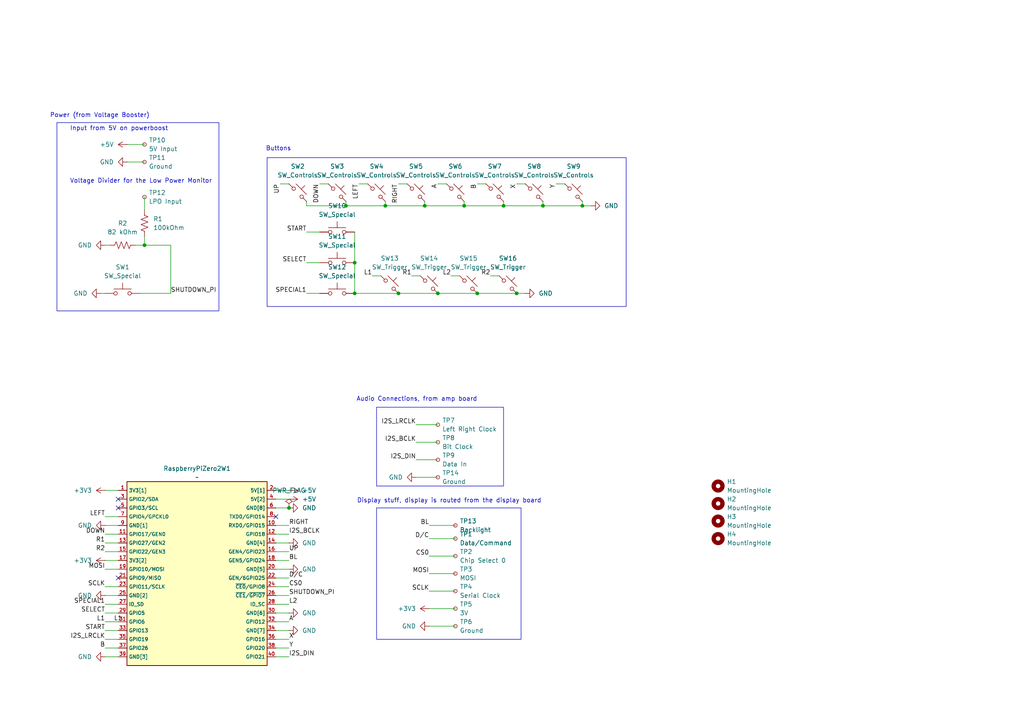
<source format=kicad_sch>
(kicad_sch
	(version 20250114)
	(generator "eeschema")
	(generator_version "9.0")
	(uuid "5465e61b-f6a3-45fd-b910-6f1315204605")
	(paper "A4")
	(title_block
		(title "Jintendo Slab")
		(date "2025-06-01")
		(rev "1")
	)
	(lib_symbols
		(symbol "Connector:TestPoint_Small"
			(pin_numbers
				(hide yes)
			)
			(pin_names
				(offset 0.762)
				(hide yes)
			)
			(exclude_from_sim no)
			(in_bom yes)
			(on_board yes)
			(property "Reference" "TP"
				(at 0 3.81 0)
				(effects
					(font
						(size 1.27 1.27)
					)
				)
			)
			(property "Value" "TestPoint_Small"
				(at 0 2.032 0)
				(effects
					(font
						(size 1.27 1.27)
					)
				)
			)
			(property "Footprint" ""
				(at 5.08 0 0)
				(effects
					(font
						(size 1.27 1.27)
					)
					(hide yes)
				)
			)
			(property "Datasheet" "~"
				(at 5.08 0 0)
				(effects
					(font
						(size 1.27 1.27)
					)
					(hide yes)
				)
			)
			(property "Description" "test point"
				(at 0 0 0)
				(effects
					(font
						(size 1.27 1.27)
					)
					(hide yes)
				)
			)
			(property "ki_keywords" "test point tp"
				(at 0 0 0)
				(effects
					(font
						(size 1.27 1.27)
					)
					(hide yes)
				)
			)
			(property "ki_fp_filters" "Pin* Test*"
				(at 0 0 0)
				(effects
					(font
						(size 1.27 1.27)
					)
					(hide yes)
				)
			)
			(symbol "TestPoint_Small_0_1"
				(circle
					(center 0 0)
					(radius 0.508)
					(stroke
						(width 0)
						(type default)
					)
					(fill
						(type none)
					)
				)
			)
			(symbol "TestPoint_Small_1_1"
				(pin passive line
					(at 0 0 90)
					(length 0)
					(name "1"
						(effects
							(font
								(size 1.27 1.27)
							)
						)
					)
					(number "1"
						(effects
							(font
								(size 1.27 1.27)
							)
						)
					)
				)
			)
			(embedded_fonts no)
		)
		(symbol "Device:R_US"
			(pin_numbers
				(hide yes)
			)
			(pin_names
				(offset 0)
			)
			(exclude_from_sim no)
			(in_bom yes)
			(on_board yes)
			(property "Reference" "R"
				(at 2.54 0 90)
				(effects
					(font
						(size 1.27 1.27)
					)
				)
			)
			(property "Value" "R_US"
				(at -2.54 0 90)
				(effects
					(font
						(size 1.27 1.27)
					)
				)
			)
			(property "Footprint" ""
				(at 1.016 -0.254 90)
				(effects
					(font
						(size 1.27 1.27)
					)
					(hide yes)
				)
			)
			(property "Datasheet" "~"
				(at 0 0 0)
				(effects
					(font
						(size 1.27 1.27)
					)
					(hide yes)
				)
			)
			(property "Description" "Resistor, US symbol"
				(at 0 0 0)
				(effects
					(font
						(size 1.27 1.27)
					)
					(hide yes)
				)
			)
			(property "ki_keywords" "R res resistor"
				(at 0 0 0)
				(effects
					(font
						(size 1.27 1.27)
					)
					(hide yes)
				)
			)
			(property "ki_fp_filters" "R_*"
				(at 0 0 0)
				(effects
					(font
						(size 1.27 1.27)
					)
					(hide yes)
				)
			)
			(symbol "R_US_0_1"
				(polyline
					(pts
						(xy 0 2.286) (xy 0 2.54)
					)
					(stroke
						(width 0)
						(type default)
					)
					(fill
						(type none)
					)
				)
				(polyline
					(pts
						(xy 0 2.286) (xy 1.016 1.905) (xy 0 1.524) (xy -1.016 1.143) (xy 0 0.762)
					)
					(stroke
						(width 0)
						(type default)
					)
					(fill
						(type none)
					)
				)
				(polyline
					(pts
						(xy 0 0.762) (xy 1.016 0.381) (xy 0 0) (xy -1.016 -0.381) (xy 0 -0.762)
					)
					(stroke
						(width 0)
						(type default)
					)
					(fill
						(type none)
					)
				)
				(polyline
					(pts
						(xy 0 -0.762) (xy 1.016 -1.143) (xy 0 -1.524) (xy -1.016 -1.905) (xy 0 -2.286)
					)
					(stroke
						(width 0)
						(type default)
					)
					(fill
						(type none)
					)
				)
				(polyline
					(pts
						(xy 0 -2.286) (xy 0 -2.54)
					)
					(stroke
						(width 0)
						(type default)
					)
					(fill
						(type none)
					)
				)
			)
			(symbol "R_US_1_1"
				(pin passive line
					(at 0 3.81 270)
					(length 1.27)
					(name "~"
						(effects
							(font
								(size 1.27 1.27)
							)
						)
					)
					(number "1"
						(effects
							(font
								(size 1.27 1.27)
							)
						)
					)
				)
				(pin passive line
					(at 0 -3.81 90)
					(length 1.27)
					(name "~"
						(effects
							(font
								(size 1.27 1.27)
							)
						)
					)
					(number "2"
						(effects
							(font
								(size 1.27 1.27)
							)
						)
					)
				)
			)
			(embedded_fonts no)
		)
		(symbol "Mechanical:MountingHole"
			(pin_names
				(offset 1.016)
			)
			(exclude_from_sim no)
			(in_bom no)
			(on_board yes)
			(property "Reference" "H"
				(at 0 5.08 0)
				(effects
					(font
						(size 1.27 1.27)
					)
				)
			)
			(property "Value" "MountingHole"
				(at 0 3.175 0)
				(effects
					(font
						(size 1.27 1.27)
					)
				)
			)
			(property "Footprint" ""
				(at 0 0 0)
				(effects
					(font
						(size 1.27 1.27)
					)
					(hide yes)
				)
			)
			(property "Datasheet" "~"
				(at 0 0 0)
				(effects
					(font
						(size 1.27 1.27)
					)
					(hide yes)
				)
			)
			(property "Description" "Mounting Hole without connection"
				(at 0 0 0)
				(effects
					(font
						(size 1.27 1.27)
					)
					(hide yes)
				)
			)
			(property "ki_keywords" "mounting hole"
				(at 0 0 0)
				(effects
					(font
						(size 1.27 1.27)
					)
					(hide yes)
				)
			)
			(property "ki_fp_filters" "MountingHole*"
				(at 0 0 0)
				(effects
					(font
						(size 1.27 1.27)
					)
					(hide yes)
				)
			)
			(symbol "MountingHole_0_1"
				(circle
					(center 0 0)
					(radius 1.27)
					(stroke
						(width 1.27)
						(type default)
					)
					(fill
						(type none)
					)
				)
			)
			(embedded_fonts no)
		)
		(symbol "Symbols:Raspberry_Pi_Zero_2_W"
			(exclude_from_sim no)
			(in_bom yes)
			(on_board yes)
			(property "Reference" "RaspberryPiZero2W"
				(at 0 1.27 0)
				(effects
					(font
						(size 1.27 1.27)
					)
				)
			)
			(property "Value" ""
				(at 0 0 0)
				(effects
					(font
						(size 1.27 1.27)
					)
				)
			)
			(property "Footprint" ""
				(at 0 0 0)
				(effects
					(font
						(size 1.27 1.27)
					)
					(hide yes)
				)
			)
			(property "Datasheet" ""
				(at 0 0 0)
				(effects
					(font
						(size 1.27 1.27)
					)
					(hide yes)
				)
			)
			(property "Description" ""
				(at 0 0 0)
				(effects
					(font
						(size 1.27 1.27)
					)
					(hide yes)
				)
			)
			(symbol "Raspberry_Pi_Zero_2_W_0_0"
				(rectangle
					(start -20.32 -53.34)
					(end 20.32 0)
					(stroke
						(width 0.254)
						(type default)
					)
					(fill
						(type background)
					)
				)
				(pin bidirectional line
					(at -22.86 -5.08 0)
					(length 2.54)
					(name "GPIO2/SDA"
						(effects
							(font
								(size 1.016 1.016)
							)
						)
					)
					(number "3"
						(effects
							(font
								(size 1.016 1.016)
							)
						)
					)
				)
				(pin bidirectional line
					(at -22.86 -7.62 0)
					(length 2.54)
					(name "GPIO3/SCL"
						(effects
							(font
								(size 1.016 1.016)
							)
						)
					)
					(number "5"
						(effects
							(font
								(size 1.016 1.016)
							)
						)
					)
				)
				(pin bidirectional line
					(at -22.86 -10.16 0)
					(length 2.54)
					(name "GPIO4/GPCKL0"
						(effects
							(font
								(size 1.016 1.016)
							)
						)
					)
					(number "7"
						(effects
							(font
								(size 1.016 1.016)
							)
						)
					)
				)
				(pin power_in line
					(at -22.86 -12.7 0)
					(length 2.54)
					(name "GND[1]"
						(effects
							(font
								(size 1.016 1.016)
							)
						)
					)
					(number "9"
						(effects
							(font
								(size 1.016 1.016)
							)
						)
					)
				)
				(pin bidirectional line
					(at -22.86 -15.24 0)
					(length 2.54)
					(name "GPIO17/GEN0"
						(effects
							(font
								(size 1.016 1.016)
							)
						)
					)
					(number "11"
						(effects
							(font
								(size 1.016 1.016)
							)
						)
					)
				)
				(pin bidirectional line
					(at -22.86 -17.78 0)
					(length 2.54)
					(name "GPIO27/GEN2"
						(effects
							(font
								(size 1.016 1.016)
							)
						)
					)
					(number "13"
						(effects
							(font
								(size 1.016 1.016)
							)
						)
					)
				)
				(pin bidirectional line
					(at -22.86 -20.32 0)
					(length 2.54)
					(name "GPIO22/GEN3"
						(effects
							(font
								(size 1.016 1.016)
							)
						)
					)
					(number "15"
						(effects
							(font
								(size 1.016 1.016)
							)
						)
					)
				)
				(pin bidirectional line
					(at -22.86 -25.4 0)
					(length 2.54)
					(name "GPIO10/MOSI"
						(effects
							(font
								(size 1.016 1.016)
							)
						)
					)
					(number "19"
						(effects
							(font
								(size 1.016 1.016)
							)
						)
					)
				)
				(pin bidirectional line
					(at -22.86 -27.94 0)
					(length 2.54)
					(name "GPIO9/MISO"
						(effects
							(font
								(size 1.016 1.016)
							)
						)
					)
					(number "21"
						(effects
							(font
								(size 1.016 1.016)
							)
						)
					)
				)
				(pin bidirectional line
					(at -22.86 -30.48 0)
					(length 2.54)
					(name "GPIO11/SCLK"
						(effects
							(font
								(size 1.016 1.016)
							)
						)
					)
					(number "23"
						(effects
							(font
								(size 1.016 1.016)
							)
						)
					)
				)
				(pin power_in line
					(at -22.86 -33.02 0)
					(length 2.54)
					(name "GND[2]"
						(effects
							(font
								(size 1.016 1.016)
							)
						)
					)
					(number "25"
						(effects
							(font
								(size 1.016 1.016)
							)
						)
					)
				)
				(pin bidirectional line
					(at -22.86 -35.56 0)
					(length 2.54)
					(name "ID_SD"
						(effects
							(font
								(size 1.016 1.016)
							)
						)
					)
					(number "27"
						(effects
							(font
								(size 1.016 1.016)
							)
						)
					)
				)
				(pin bidirectional line
					(at -22.86 -38.1 0)
					(length 2.54)
					(name "GPIO5"
						(effects
							(font
								(size 1.016 1.016)
							)
						)
					)
					(number "29"
						(effects
							(font
								(size 1.016 1.016)
							)
						)
					)
				)
				(pin bidirectional line
					(at -22.86 -40.64 0)
					(length 2.54)
					(name "GPIO6"
						(effects
							(font
								(size 1.016 1.016)
							)
						)
					)
					(number "31"
						(effects
							(font
								(size 1.016 1.016)
							)
						)
					)
				)
				(pin bidirectional line
					(at -22.86 -43.18 0)
					(length 2.54)
					(name "GPIO13"
						(effects
							(font
								(size 1.016 1.016)
							)
						)
					)
					(number "33"
						(effects
							(font
								(size 1.016 1.016)
							)
						)
					)
				)
				(pin bidirectional line
					(at -22.86 -45.72 0)
					(length 2.54)
					(name "GPIO19"
						(effects
							(font
								(size 1.016 1.016)
							)
						)
					)
					(number "35"
						(effects
							(font
								(size 1.016 1.016)
							)
						)
					)
				)
				(pin bidirectional line
					(at -22.86 -48.26 0)
					(length 2.54)
					(name "GPIO26"
						(effects
							(font
								(size 1.016 1.016)
							)
						)
					)
					(number "37"
						(effects
							(font
								(size 1.016 1.016)
							)
						)
					)
				)
				(pin power_in line
					(at -22.86 -50.8 0)
					(length 2.54)
					(name "GND[3]"
						(effects
							(font
								(size 1.016 1.016)
							)
						)
					)
					(number "39"
						(effects
							(font
								(size 1.016 1.016)
							)
						)
					)
				)
				(pin power_in line
					(at 22.86 -7.62 180)
					(length 2.54)
					(name "GND[8]"
						(effects
							(font
								(size 1.016 1.016)
							)
						)
					)
					(number "6"
						(effects
							(font
								(size 1.016 1.016)
							)
						)
					)
				)
				(pin bidirectional line
					(at 22.86 -10.16 180)
					(length 2.54)
					(name "TXD0/GPIO14"
						(effects
							(font
								(size 1.016 1.016)
							)
						)
					)
					(number "8"
						(effects
							(font
								(size 1.016 1.016)
							)
						)
					)
				)
				(pin bidirectional line
					(at 22.86 -12.7 180)
					(length 2.54)
					(name "RXD0/GPIO15"
						(effects
							(font
								(size 1.016 1.016)
							)
						)
					)
					(number "10"
						(effects
							(font
								(size 1.016 1.016)
							)
						)
					)
				)
				(pin bidirectional line
					(at 22.86 -15.24 180)
					(length 2.54)
					(name "GPIO18"
						(effects
							(font
								(size 1.016 1.016)
							)
						)
					)
					(number "12"
						(effects
							(font
								(size 1.016 1.016)
							)
						)
					)
				)
				(pin power_in line
					(at 22.86 -17.78 180)
					(length 2.54)
					(name "GND[4]"
						(effects
							(font
								(size 1.016 1.016)
							)
						)
					)
					(number "14"
						(effects
							(font
								(size 1.016 1.016)
							)
						)
					)
				)
				(pin bidirectional line
					(at 22.86 -20.32 180)
					(length 2.54)
					(name "GEN4/GPIO23"
						(effects
							(font
								(size 1.016 1.016)
							)
						)
					)
					(number "16"
						(effects
							(font
								(size 1.016 1.016)
							)
						)
					)
				)
				(pin bidirectional line
					(at 22.86 -22.86 180)
					(length 2.54)
					(name "GEN5/GPIO24"
						(effects
							(font
								(size 1.016 1.016)
							)
						)
					)
					(number "18"
						(effects
							(font
								(size 1.016 1.016)
							)
						)
					)
				)
				(pin power_in line
					(at 22.86 -25.4 180)
					(length 2.54)
					(name "GND[5]"
						(effects
							(font
								(size 1.016 1.016)
							)
						)
					)
					(number "20"
						(effects
							(font
								(size 1.016 1.016)
							)
						)
					)
				)
				(pin bidirectional line
					(at 22.86 -27.94 180)
					(length 2.54)
					(name "GEN/6GPIO25"
						(effects
							(font
								(size 1.016 1.016)
							)
						)
					)
					(number "22"
						(effects
							(font
								(size 1.016 1.016)
							)
						)
					)
				)
				(pin bidirectional line
					(at 22.86 -30.48 180)
					(length 2.54)
					(name "~{CE0}/GPIO8"
						(effects
							(font
								(size 1.016 1.016)
							)
						)
					)
					(number "24"
						(effects
							(font
								(size 1.016 1.016)
							)
						)
					)
				)
				(pin bidirectional line
					(at 22.86 -33.02 180)
					(length 2.54)
					(name "~{CE1}/~{GPIO7}"
						(effects
							(font
								(size 1.016 1.016)
							)
						)
					)
					(number "26"
						(effects
							(font
								(size 1.016 1.016)
							)
						)
					)
				)
				(pin bidirectional line
					(at 22.86 -35.56 180)
					(length 2.54)
					(name "ID_SC"
						(effects
							(font
								(size 1.016 1.016)
							)
						)
					)
					(number "28"
						(effects
							(font
								(size 1.016 1.016)
							)
						)
					)
				)
				(pin power_in line
					(at 22.86 -38.1 180)
					(length 2.54)
					(name "GND[6]"
						(effects
							(font
								(size 1.016 1.016)
							)
						)
					)
					(number "30"
						(effects
							(font
								(size 1.016 1.016)
							)
						)
					)
				)
				(pin bidirectional line
					(at 22.86 -40.64 180)
					(length 2.54)
					(name "GPIO12"
						(effects
							(font
								(size 1.016 1.016)
							)
						)
					)
					(number "32"
						(effects
							(font
								(size 1.016 1.016)
							)
						)
					)
				)
				(pin power_in line
					(at 22.86 -43.18 180)
					(length 2.54)
					(name "GND[7]"
						(effects
							(font
								(size 1.016 1.016)
							)
						)
					)
					(number "34"
						(effects
							(font
								(size 1.016 1.016)
							)
						)
					)
				)
				(pin bidirectional line
					(at 22.86 -45.72 180)
					(length 2.54)
					(name "GPIO16"
						(effects
							(font
								(size 1.016 1.016)
							)
						)
					)
					(number "36"
						(effects
							(font
								(size 1.016 1.016)
							)
						)
					)
				)
				(pin bidirectional line
					(at 22.86 -48.26 180)
					(length 2.54)
					(name "GPIO20"
						(effects
							(font
								(size 1.016 1.016)
							)
						)
					)
					(number "38"
						(effects
							(font
								(size 1.016 1.016)
							)
						)
					)
				)
				(pin bidirectional line
					(at 22.86 -50.8 180)
					(length 2.54)
					(name "GPIO21"
						(effects
							(font
								(size 1.016 1.016)
							)
						)
					)
					(number "40"
						(effects
							(font
								(size 1.016 1.016)
							)
						)
					)
				)
			)
			(symbol "Raspberry_Pi_Zero_2_W_1_0"
				(pin power_out line
					(at -22.86 -2.54 0)
					(length 2.54)
					(name "3V3[1]"
						(effects
							(font
								(size 1.016 1.016)
							)
						)
					)
					(number "1"
						(effects
							(font
								(size 1.016 1.016)
							)
						)
					)
				)
				(pin power_out line
					(at -22.86 -22.86 0)
					(length 2.54)
					(name "3V3[2]"
						(effects
							(font
								(size 1.016 1.016)
							)
						)
					)
					(number "17"
						(effects
							(font
								(size 1.016 1.016)
							)
						)
					)
				)
				(pin power_out line
					(at 22.86 -2.54 180)
					(length 2.54)
					(name "5V[1]"
						(effects
							(font
								(size 1.016 1.016)
							)
						)
					)
					(number "2"
						(effects
							(font
								(size 1.016 1.016)
							)
						)
					)
				)
				(pin power_out line
					(at 22.86 -5.08 180)
					(length 2.54)
					(name "5V[2]"
						(effects
							(font
								(size 1.016 1.016)
							)
						)
					)
					(number "4"
						(effects
							(font
								(size 1.016 1.016)
							)
						)
					)
				)
			)
			(embedded_fonts no)
		)
		(symbol "Symbols:SW_Controls"
			(pin_numbers
				(hide yes)
			)
			(pin_names
				(offset 1.016)
				(hide yes)
			)
			(exclude_from_sim no)
			(in_bom yes)
			(on_board yes)
			(property "Reference" "SW"
				(at 3.048 1.016 0)
				(effects
					(font
						(size 1.27 1.27)
					)
					(justify left)
				)
			)
			(property "Value" "SW_Controls"
				(at 0 -3.81 0)
				(effects
					(font
						(size 1.27 1.27)
					)
				)
			)
			(property "Footprint" ""
				(at 0 0 0)
				(effects
					(font
						(size 1.27 1.27)
					)
					(hide yes)
				)
			)
			(property "Datasheet" "~"
				(at 0 0 0)
				(effects
					(font
						(size 1.27 1.27)
					)
					(hide yes)
				)
			)
			(property "Description" "Push button switch, normally open, two pins, 45° tilted"
				(at 0 0 0)
				(effects
					(font
						(size 1.27 1.27)
					)
					(hide yes)
				)
			)
			(property "ki_keywords" "switch normally-open pushbutton push-button"
				(at 0 0 0)
				(effects
					(font
						(size 1.27 1.27)
					)
					(hide yes)
				)
			)
			(symbol "SW_Controls_0_1"
				(polyline
					(pts
						(xy -2.54 2.54) (xy -1.524 1.524) (xy -1.524 1.524)
					)
					(stroke
						(width 0)
						(type default)
					)
					(fill
						(type none)
					)
				)
				(circle
					(center -1.1684 1.1684)
					(radius 0.508)
					(stroke
						(width 0)
						(type default)
					)
					(fill
						(type none)
					)
				)
				(polyline
					(pts
						(xy -0.508 2.54) (xy 2.54 -0.508)
					)
					(stroke
						(width 0)
						(type default)
					)
					(fill
						(type none)
					)
				)
				(polyline
					(pts
						(xy 1.016 1.016) (xy 2.032 2.032)
					)
					(stroke
						(width 0)
						(type default)
					)
					(fill
						(type none)
					)
				)
				(circle
					(center 1.143 -1.1938)
					(radius 0.508)
					(stroke
						(width 0)
						(type default)
					)
					(fill
						(type none)
					)
				)
				(polyline
					(pts
						(xy 1.524 -1.524) (xy 2.54 -2.54) (xy 2.54 -2.54) (xy 2.54 -2.54)
					)
					(stroke
						(width 0)
						(type default)
					)
					(fill
						(type none)
					)
				)
				(pin passive line
					(at -2.54 2.54 0)
					(length 0)
					(name "1"
						(effects
							(font
								(size 1.27 1.27)
							)
						)
					)
					(number "1"
						(effects
							(font
								(size 1.27 1.27)
							)
						)
					)
				)
				(pin passive line
					(at 2.54 -2.54 180)
					(length 0)
					(name "2"
						(effects
							(font
								(size 1.27 1.27)
							)
						)
					)
					(number "2"
						(effects
							(font
								(size 1.27 1.27)
							)
						)
					)
				)
			)
			(embedded_fonts no)
		)
		(symbol "Symbols:SW_Special"
			(pin_numbers
				(hide yes)
			)
			(pin_names
				(offset 1.016)
				(hide yes)
			)
			(exclude_from_sim no)
			(in_bom yes)
			(on_board yes)
			(property "Reference" "SW"
				(at 1.27 2.54 0)
				(effects
					(font
						(size 1.27 1.27)
					)
					(justify left)
				)
			)
			(property "Value" "SW_Special"
				(at 0 -1.524 0)
				(effects
					(font
						(size 1.27 1.27)
					)
				)
			)
			(property "Footprint" ""
				(at 0 5.08 0)
				(effects
					(font
						(size 1.27 1.27)
					)
					(hide yes)
				)
			)
			(property "Datasheet" "~"
				(at 0 5.08 0)
				(effects
					(font
						(size 1.27 1.27)
					)
					(hide yes)
				)
			)
			(property "Description" "Push button switch, generic, two pins"
				(at 0 0 0)
				(effects
					(font
						(size 1.27 1.27)
					)
					(hide yes)
				)
			)
			(property "ki_keywords" "switch normally-open pushbutton push-button"
				(at 0 0 0)
				(effects
					(font
						(size 1.27 1.27)
					)
					(hide yes)
				)
			)
			(symbol "SW_Special_0_1"
				(circle
					(center -2.032 0)
					(radius 0.508)
					(stroke
						(width 0)
						(type default)
					)
					(fill
						(type none)
					)
				)
				(polyline
					(pts
						(xy 0 1.27) (xy 0 3.048)
					)
					(stroke
						(width 0)
						(type default)
					)
					(fill
						(type none)
					)
				)
				(circle
					(center 2.032 0)
					(radius 0.508)
					(stroke
						(width 0)
						(type default)
					)
					(fill
						(type none)
					)
				)
				(polyline
					(pts
						(xy 2.54 1.27) (xy -2.54 1.27)
					)
					(stroke
						(width 0)
						(type default)
					)
					(fill
						(type none)
					)
				)
				(pin passive line
					(at -5.08 0 0)
					(length 2.54)
					(name "1"
						(effects
							(font
								(size 1.27 1.27)
							)
						)
					)
					(number "1"
						(effects
							(font
								(size 1.27 1.27)
							)
						)
					)
				)
				(pin passive line
					(at 5.08 0 180)
					(length 2.54)
					(name "2"
						(effects
							(font
								(size 1.27 1.27)
							)
						)
					)
					(number "2"
						(effects
							(font
								(size 1.27 1.27)
							)
						)
					)
				)
			)
			(embedded_fonts no)
		)
		(symbol "Symbols:SW_Trigger"
			(pin_numbers
				(hide yes)
			)
			(pin_names
				(offset 1.016)
				(hide yes)
			)
			(exclude_from_sim no)
			(in_bom yes)
			(on_board yes)
			(property "Reference" "SW"
				(at 3.048 1.016 0)
				(effects
					(font
						(size 1.27 1.27)
					)
					(justify left)
				)
			)
			(property "Value" "SW_Trigger"
				(at 0 -3.81 0)
				(effects
					(font
						(size 1.27 1.27)
					)
				)
			)
			(property "Footprint" ""
				(at 0 0 0)
				(effects
					(font
						(size 1.27 1.27)
					)
					(hide yes)
				)
			)
			(property "Datasheet" "~"
				(at 0 0 0)
				(effects
					(font
						(size 1.27 1.27)
					)
					(hide yes)
				)
			)
			(property "Description" "Push button switch, normally open, two pins, 45° tilted"
				(at 0 0 0)
				(effects
					(font
						(size 1.27 1.27)
					)
					(hide yes)
				)
			)
			(property "ki_keywords" "switch normally-open pushbutton push-button"
				(at 0 0 0)
				(effects
					(font
						(size 1.27 1.27)
					)
					(hide yes)
				)
			)
			(symbol "SW_Trigger_0_1"
				(polyline
					(pts
						(xy -2.54 2.54) (xy -1.524 1.524) (xy -1.524 1.524)
					)
					(stroke
						(width 0)
						(type default)
					)
					(fill
						(type none)
					)
				)
				(circle
					(center -1.1684 1.1684)
					(radius 0.508)
					(stroke
						(width 0)
						(type default)
					)
					(fill
						(type none)
					)
				)
				(polyline
					(pts
						(xy -0.508 2.54) (xy 2.54 -0.508)
					)
					(stroke
						(width 0)
						(type default)
					)
					(fill
						(type none)
					)
				)
				(polyline
					(pts
						(xy 1.016 1.016) (xy 2.032 2.032)
					)
					(stroke
						(width 0)
						(type default)
					)
					(fill
						(type none)
					)
				)
				(circle
					(center 1.143 -1.1938)
					(radius 0.508)
					(stroke
						(width 0)
						(type default)
					)
					(fill
						(type none)
					)
				)
				(polyline
					(pts
						(xy 1.524 -1.524) (xy 2.54 -2.54) (xy 2.54 -2.54) (xy 2.54 -2.54)
					)
					(stroke
						(width 0)
						(type default)
					)
					(fill
						(type none)
					)
				)
				(pin passive line
					(at -2.54 2.54 0)
					(length 0)
					(name "1"
						(effects
							(font
								(size 1.27 1.27)
							)
						)
					)
					(number "1"
						(effects
							(font
								(size 1.27 1.27)
							)
						)
					)
				)
				(pin passive line
					(at 2.54 -2.54 180)
					(length 0)
					(name "2"
						(effects
							(font
								(size 1.27 1.27)
							)
						)
					)
					(number "2"
						(effects
							(font
								(size 1.27 1.27)
							)
						)
					)
				)
			)
			(embedded_fonts no)
		)
		(symbol "power:+3V3"
			(power)
			(pin_numbers
				(hide yes)
			)
			(pin_names
				(offset 0)
				(hide yes)
			)
			(exclude_from_sim no)
			(in_bom yes)
			(on_board yes)
			(property "Reference" "#PWR"
				(at 0 -3.81 0)
				(effects
					(font
						(size 1.27 1.27)
					)
					(hide yes)
				)
			)
			(property "Value" "+3V3"
				(at 0 3.556 0)
				(effects
					(font
						(size 1.27 1.27)
					)
				)
			)
			(property "Footprint" ""
				(at 0 0 0)
				(effects
					(font
						(size 1.27 1.27)
					)
					(hide yes)
				)
			)
			(property "Datasheet" ""
				(at 0 0 0)
				(effects
					(font
						(size 1.27 1.27)
					)
					(hide yes)
				)
			)
			(property "Description" "Power symbol creates a global label with name \"+3V3\""
				(at 0 0 0)
				(effects
					(font
						(size 1.27 1.27)
					)
					(hide yes)
				)
			)
			(property "ki_keywords" "global power"
				(at 0 0 0)
				(effects
					(font
						(size 1.27 1.27)
					)
					(hide yes)
				)
			)
			(symbol "+3V3_0_1"
				(polyline
					(pts
						(xy -0.762 1.27) (xy 0 2.54)
					)
					(stroke
						(width 0)
						(type default)
					)
					(fill
						(type none)
					)
				)
				(polyline
					(pts
						(xy 0 2.54) (xy 0.762 1.27)
					)
					(stroke
						(width 0)
						(type default)
					)
					(fill
						(type none)
					)
				)
				(polyline
					(pts
						(xy 0 0) (xy 0 2.54)
					)
					(stroke
						(width 0)
						(type default)
					)
					(fill
						(type none)
					)
				)
			)
			(symbol "+3V3_1_1"
				(pin power_in line
					(at 0 0 90)
					(length 0)
					(name "~"
						(effects
							(font
								(size 1.27 1.27)
							)
						)
					)
					(number "1"
						(effects
							(font
								(size 1.27 1.27)
							)
						)
					)
				)
			)
			(embedded_fonts no)
		)
		(symbol "power:+5V"
			(power)
			(pin_numbers
				(hide yes)
			)
			(pin_names
				(offset 0)
				(hide yes)
			)
			(exclude_from_sim no)
			(in_bom yes)
			(on_board yes)
			(property "Reference" "#PWR"
				(at 0 -3.81 0)
				(effects
					(font
						(size 1.27 1.27)
					)
					(hide yes)
				)
			)
			(property "Value" "+5V"
				(at 0 3.556 0)
				(effects
					(font
						(size 1.27 1.27)
					)
				)
			)
			(property "Footprint" ""
				(at 0 0 0)
				(effects
					(font
						(size 1.27 1.27)
					)
					(hide yes)
				)
			)
			(property "Datasheet" ""
				(at 0 0 0)
				(effects
					(font
						(size 1.27 1.27)
					)
					(hide yes)
				)
			)
			(property "Description" "Power symbol creates a global label with name \"+5V\""
				(at 0 0 0)
				(effects
					(font
						(size 1.27 1.27)
					)
					(hide yes)
				)
			)
			(property "ki_keywords" "global power"
				(at 0 0 0)
				(effects
					(font
						(size 1.27 1.27)
					)
					(hide yes)
				)
			)
			(symbol "+5V_0_1"
				(polyline
					(pts
						(xy -0.762 1.27) (xy 0 2.54)
					)
					(stroke
						(width 0)
						(type default)
					)
					(fill
						(type none)
					)
				)
				(polyline
					(pts
						(xy 0 2.54) (xy 0.762 1.27)
					)
					(stroke
						(width 0)
						(type default)
					)
					(fill
						(type none)
					)
				)
				(polyline
					(pts
						(xy 0 0) (xy 0 2.54)
					)
					(stroke
						(width 0)
						(type default)
					)
					(fill
						(type none)
					)
				)
			)
			(symbol "+5V_1_1"
				(pin power_in line
					(at 0 0 90)
					(length 0)
					(name "~"
						(effects
							(font
								(size 1.27 1.27)
							)
						)
					)
					(number "1"
						(effects
							(font
								(size 1.27 1.27)
							)
						)
					)
				)
			)
			(embedded_fonts no)
		)
		(symbol "power:GND"
			(power)
			(pin_numbers
				(hide yes)
			)
			(pin_names
				(offset 0)
				(hide yes)
			)
			(exclude_from_sim no)
			(in_bom yes)
			(on_board yes)
			(property "Reference" "#PWR"
				(at 0 -6.35 0)
				(effects
					(font
						(size 1.27 1.27)
					)
					(hide yes)
				)
			)
			(property "Value" "GND"
				(at 0 -3.81 0)
				(effects
					(font
						(size 1.27 1.27)
					)
				)
			)
			(property "Footprint" ""
				(at 0 0 0)
				(effects
					(font
						(size 1.27 1.27)
					)
					(hide yes)
				)
			)
			(property "Datasheet" ""
				(at 0 0 0)
				(effects
					(font
						(size 1.27 1.27)
					)
					(hide yes)
				)
			)
			(property "Description" "Power symbol creates a global label with name \"GND\" , ground"
				(at 0 0 0)
				(effects
					(font
						(size 1.27 1.27)
					)
					(hide yes)
				)
			)
			(property "ki_keywords" "global power"
				(at 0 0 0)
				(effects
					(font
						(size 1.27 1.27)
					)
					(hide yes)
				)
			)
			(symbol "GND_0_1"
				(polyline
					(pts
						(xy 0 0) (xy 0 -1.27) (xy 1.27 -1.27) (xy 0 -2.54) (xy -1.27 -1.27) (xy 0 -1.27)
					)
					(stroke
						(width 0)
						(type default)
					)
					(fill
						(type none)
					)
				)
			)
			(symbol "GND_1_1"
				(pin power_in line
					(at 0 0 270)
					(length 0)
					(name "~"
						(effects
							(font
								(size 1.27 1.27)
							)
						)
					)
					(number "1"
						(effects
							(font
								(size 1.27 1.27)
							)
						)
					)
				)
			)
			(embedded_fonts no)
		)
		(symbol "power:PWR_FLAG"
			(power)
			(pin_numbers
				(hide yes)
			)
			(pin_names
				(offset 0)
				(hide yes)
			)
			(exclude_from_sim no)
			(in_bom yes)
			(on_board yes)
			(property "Reference" "#FLG"
				(at 0 1.905 0)
				(effects
					(font
						(size 1.27 1.27)
					)
					(hide yes)
				)
			)
			(property "Value" "PWR_FLAG"
				(at 0 3.81 0)
				(effects
					(font
						(size 1.27 1.27)
					)
				)
			)
			(property "Footprint" ""
				(at 0 0 0)
				(effects
					(font
						(size 1.27 1.27)
					)
					(hide yes)
				)
			)
			(property "Datasheet" "~"
				(at 0 0 0)
				(effects
					(font
						(size 1.27 1.27)
					)
					(hide yes)
				)
			)
			(property "Description" "Special symbol for telling ERC where power comes from"
				(at 0 0 0)
				(effects
					(font
						(size 1.27 1.27)
					)
					(hide yes)
				)
			)
			(property "ki_keywords" "flag power"
				(at 0 0 0)
				(effects
					(font
						(size 1.27 1.27)
					)
					(hide yes)
				)
			)
			(symbol "PWR_FLAG_0_0"
				(pin power_out line
					(at 0 0 90)
					(length 0)
					(name "~"
						(effects
							(font
								(size 1.27 1.27)
							)
						)
					)
					(number "1"
						(effects
							(font
								(size 1.27 1.27)
							)
						)
					)
				)
			)
			(symbol "PWR_FLAG_0_1"
				(polyline
					(pts
						(xy 0 0) (xy 0 1.27) (xy -1.016 1.905) (xy 0 2.54) (xy 1.016 1.905) (xy 0 1.27)
					)
					(stroke
						(width 0)
						(type default)
					)
					(fill
						(type none)
					)
				)
			)
			(embedded_fonts no)
		)
	)
	(rectangle
		(start 16.51 35.56)
		(end 63.5 90.17)
		(stroke
			(width 0)
			(type default)
		)
		(fill
			(type none)
		)
		(uuid 374b47f2-20c1-4a46-9428-c068d2ce3c61)
	)
	(rectangle
		(start 109.22 118.11)
		(end 146.05 140.97)
		(stroke
			(width 0)
			(type default)
		)
		(fill
			(type none)
		)
		(uuid 6291281e-0b01-4d26-ad1c-58f020b49537)
	)
	(rectangle
		(start 77.47 45.72)
		(end 181.61 88.9)
		(stroke
			(width 0)
			(type default)
		)
		(fill
			(type none)
		)
		(uuid c8832357-e69e-4a53-8a9a-343d33c8b641)
	)
	(rectangle
		(start 109.22 147.32)
		(end 151.13 185.42)
		(stroke
			(width 0)
			(type default)
		)
		(fill
			(type none)
		)
		(uuid ebe279dd-4243-4a47-8eaf-1ec40164ef0c)
	)
	(text "Audio Connections, from amp board\n"
		(exclude_from_sim no)
		(at 120.904 115.824 0)
		(effects
			(font
				(size 1.27 1.27)
			)
		)
		(uuid "38179df9-f9ec-4dfb-9a55-1b8855e05d11")
	)
	(text "Input from 5V on powerboost"
		(exclude_from_sim no)
		(at 34.544 37.338 0)
		(effects
			(font
				(size 1.27 1.27)
			)
		)
		(uuid "62e1fa87-12ea-4587-bf8b-8020b1e14c8e")
	)
	(text "Display stuff, display is routed from the display board\n"
		(exclude_from_sim no)
		(at 130.302 145.288 0)
		(effects
			(font
				(size 1.27 1.27)
			)
		)
		(uuid "c92a1b0f-bca9-4ae6-9ac6-2dcb2e44ac1c")
	)
	(text "Buttons"
		(exclude_from_sim no)
		(at 80.772 43.18 0)
		(effects
			(font
				(size 1.27 1.27)
			)
		)
		(uuid "e3b3c525-0a88-4e23-8941-d25bb2046973")
	)
	(text "Power (from Voltage Booster)"
		(exclude_from_sim no)
		(at 28.956 33.528 0)
		(effects
			(font
				(size 1.27 1.27)
			)
		)
		(uuid "eb2f5e7d-84cd-40c3-beda-be9fbf74f4af")
	)
	(text "Voltage Divider for the Low Power Monitor"
		(exclude_from_sim no)
		(at 40.894 52.578 0)
		(effects
			(font
				(size 1.27 1.27)
			)
		)
		(uuid "f1978df1-0865-483f-be82-e28401d39899")
	)
	(junction
		(at 41.91 71.12)
		(diameter 0)
		(color 0 0 0 0)
		(uuid "01834fce-d3db-4524-8c03-02281feaeafa")
	)
	(junction
		(at 100.33 59.69)
		(diameter 0)
		(color 0 0 0 0)
		(uuid "02cafda2-7a04-4378-8e5c-77536082ec2b")
	)
	(junction
		(at 157.48 59.69)
		(diameter 0)
		(color 0 0 0 0)
		(uuid "2b4096af-d9c3-4a22-9e94-1e05f686349f")
	)
	(junction
		(at 123.19 59.69)
		(diameter 0)
		(color 0 0 0 0)
		(uuid "2d6493a8-6b38-4bf6-85b1-18c292b3c6ff")
	)
	(junction
		(at 102.87 76.2)
		(diameter 0)
		(color 0 0 0 0)
		(uuid "2ea627b7-a1ae-4444-8628-8746856f5feb")
	)
	(junction
		(at 83.82 147.32)
		(diameter 0)
		(color 0 0 0 0)
		(uuid "31e3b7dc-f315-48d4-a010-da365c679e05")
	)
	(junction
		(at 127 85.09)
		(diameter 0)
		(color 0 0 0 0)
		(uuid "461319fd-7817-4878-b5f8-ce3b42629184")
	)
	(junction
		(at 134.62 59.69)
		(diameter 0)
		(color 0 0 0 0)
		(uuid "51956e25-9f07-4e7f-8c56-427e15ffd4fd")
	)
	(junction
		(at 111.76 59.69)
		(diameter 0)
		(color 0 0 0 0)
		(uuid "654a13d1-d070-417e-b479-49e1f0ae7fa4")
	)
	(junction
		(at 149.86 85.09)
		(diameter 0)
		(color 0 0 0 0)
		(uuid "7b892e2c-cf23-417e-bc7e-bf03c3e740c8")
	)
	(junction
		(at 138.43 85.09)
		(diameter 0)
		(color 0 0 0 0)
		(uuid "a7208510-14b3-49c8-8b04-bd0ce851c1b6")
	)
	(junction
		(at 115.57 85.09)
		(diameter 0)
		(color 0 0 0 0)
		(uuid "a76ee8a6-0ccd-4c02-9789-98c5f4b4347c")
	)
	(junction
		(at 168.91 59.69)
		(diameter 0)
		(color 0 0 0 0)
		(uuid "a9482b6c-4e3f-44a9-92ac-bd6d84932b7e")
	)
	(junction
		(at 146.05 59.69)
		(diameter 0)
		(color 0 0 0 0)
		(uuid "df77756e-9d44-49ec-98fb-318194d3da18")
	)
	(junction
		(at 102.87 85.09)
		(diameter 0)
		(color 0 0 0 0)
		(uuid "f1376dc8-6652-43e1-bc58-d83e7ef35c58")
	)
	(no_connect
		(at 34.29 167.64)
		(uuid "084d3237-c407-4f82-ab61-cdcf798e50a9")
	)
	(no_connect
		(at 34.29 147.32)
		(uuid "a89c1bd4-c851-47cb-a040-28b3d3dad662")
	)
	(no_connect
		(at 80.01 149.86)
		(uuid "c8459dfb-bf8c-41e0-9950-726e97a5e2b8")
	)
	(no_connect
		(at 34.29 144.78)
		(uuid "c916c3b3-4de9-42cf-bf84-5f5d34d78457")
	)
	(wire
		(pts
			(xy 168.91 59.69) (xy 171.45 59.69)
		)
		(stroke
			(width 0)
			(type default)
		)
		(uuid "036cf47d-4e14-4b0e-a130-161fcef545d4")
	)
	(wire
		(pts
			(xy 80.01 154.94) (xy 83.82 154.94)
		)
		(stroke
			(width 0)
			(type default)
		)
		(uuid "03aaeda9-3208-4e7f-a4bb-1576d7498648")
	)
	(wire
		(pts
			(xy 80.01 187.96) (xy 83.82 187.96)
		)
		(stroke
			(width 0)
			(type default)
		)
		(uuid "0551ee31-3a0d-4aa8-b568-136b258d2cbc")
	)
	(wire
		(pts
			(xy 124.46 166.37) (xy 132.08 166.37)
		)
		(stroke
			(width 0)
			(type default)
		)
		(uuid "0b53314f-d40e-443e-954d-84af66024ca3")
	)
	(wire
		(pts
			(xy 111.76 58.42) (xy 111.76 59.69)
		)
		(stroke
			(width 0)
			(type default)
		)
		(uuid "1122ee5a-a14c-4a1a-963f-ef653e321aef")
	)
	(wire
		(pts
			(xy 149.86 85.09) (xy 152.4 85.09)
		)
		(stroke
			(width 0)
			(type default)
		)
		(uuid "124d315e-c967-42e5-bb10-8c2ed593fc11")
	)
	(wire
		(pts
			(xy 88.9 76.2) (xy 92.71 76.2)
		)
		(stroke
			(width 0)
			(type default)
		)
		(uuid "1d237628-ce34-4b3c-a69f-08d668ac35df")
	)
	(wire
		(pts
			(xy 30.48 190.5) (xy 34.29 190.5)
		)
		(stroke
			(width 0)
			(type default)
		)
		(uuid "1f6ddcdb-2a60-454f-977e-e14cc92ed09b")
	)
	(wire
		(pts
			(xy 127 85.09) (xy 138.43 85.09)
		)
		(stroke
			(width 0)
			(type default)
		)
		(uuid "1fd0c965-c6b7-4dcd-8a51-dde9689fc47b")
	)
	(wire
		(pts
			(xy 123.19 58.42) (xy 123.19 59.69)
		)
		(stroke
			(width 0)
			(type default)
		)
		(uuid "20736759-0937-4630-bb3f-a5da02541b6f")
	)
	(wire
		(pts
			(xy 124.46 181.61) (xy 132.08 181.61)
		)
		(stroke
			(width 0)
			(type default)
		)
		(uuid "2344423e-dffe-4f6b-bd5e-505cb9a1b41c")
	)
	(wire
		(pts
			(xy 80.01 167.64) (xy 83.82 167.64)
		)
		(stroke
			(width 0)
			(type default)
		)
		(uuid "29e49338-efe0-4e7c-ad17-c7a861c44b9c")
	)
	(wire
		(pts
			(xy 123.19 59.69) (xy 134.62 59.69)
		)
		(stroke
			(width 0)
			(type default)
		)
		(uuid "321042fb-a890-489a-921e-fe72a479d564")
	)
	(wire
		(pts
			(xy 30.48 170.18) (xy 34.29 170.18)
		)
		(stroke
			(width 0)
			(type default)
		)
		(uuid "33061885-7aca-40f7-93a0-994745b06b86")
	)
	(wire
		(pts
			(xy 30.48 175.26) (xy 34.29 175.26)
		)
		(stroke
			(width 0)
			(type default)
		)
		(uuid "3644f704-3c94-40ac-9887-4756fba80d41")
	)
	(wire
		(pts
			(xy 102.87 85.09) (xy 115.57 85.09)
		)
		(stroke
			(width 0)
			(type default)
		)
		(uuid "3ac7f999-608b-4f69-b968-1d93ee7405c3")
	)
	(wire
		(pts
			(xy 134.62 59.69) (xy 146.05 59.69)
		)
		(stroke
			(width 0)
			(type default)
		)
		(uuid "3b68a169-9b8f-4585-9770-de4dff459516")
	)
	(wire
		(pts
			(xy 102.87 67.31) (xy 102.87 76.2)
		)
		(stroke
			(width 0)
			(type default)
		)
		(uuid "3cf67dd7-b683-4fd0-9175-a969b667523e")
	)
	(wire
		(pts
			(xy 102.87 76.2) (xy 102.87 85.09)
		)
		(stroke
			(width 0)
			(type default)
		)
		(uuid "3d889cab-8620-4cfc-abd6-afbe8161b322")
	)
	(wire
		(pts
			(xy 134.62 58.42) (xy 134.62 59.69)
		)
		(stroke
			(width 0)
			(type default)
		)
		(uuid "3f62f6be-3418-4107-a688-9484fa8b0a08")
	)
	(wire
		(pts
			(xy 30.48 165.1) (xy 34.29 165.1)
		)
		(stroke
			(width 0)
			(type default)
		)
		(uuid "3ffe29b9-a3f0-4f80-99f1-02c71a5729b7")
	)
	(wire
		(pts
			(xy 49.53 71.12) (xy 41.91 71.12)
		)
		(stroke
			(width 0)
			(type default)
		)
		(uuid "424bccf6-a8f9-4d5e-8883-6c251d7a1407")
	)
	(wire
		(pts
			(xy 30.48 149.86) (xy 34.29 149.86)
		)
		(stroke
			(width 0)
			(type default)
		)
		(uuid "4602fbb0-1b2a-46df-b4af-148f0db91ea6")
	)
	(wire
		(pts
			(xy 80.01 157.48) (xy 83.82 157.48)
		)
		(stroke
			(width 0)
			(type default)
		)
		(uuid "468de507-52c2-4296-bba9-b24076047760")
	)
	(wire
		(pts
			(xy 36.83 46.99) (xy 41.91 46.99)
		)
		(stroke
			(width 0)
			(type default)
		)
		(uuid "46e9542c-80cc-443d-8d95-f40bc147215c")
	)
	(wire
		(pts
			(xy 120.65 133.35) (xy 127 133.35)
		)
		(stroke
			(width 0)
			(type default)
		)
		(uuid "4b107dff-982c-4c3d-9bc1-72bee19dce21")
	)
	(wire
		(pts
			(xy 92.71 53.34) (xy 95.25 53.34)
		)
		(stroke
			(width 0)
			(type default)
		)
		(uuid "561cb5af-858f-41a3-9bef-add33d56ceaa")
	)
	(wire
		(pts
			(xy 30.48 142.24) (xy 34.29 142.24)
		)
		(stroke
			(width 0)
			(type default)
		)
		(uuid "56f93a07-dfef-49d9-8d02-bf2b7777cca6")
	)
	(wire
		(pts
			(xy 88.9 59.69) (xy 88.9 58.42)
		)
		(stroke
			(width 0)
			(type default)
		)
		(uuid "5a3b9cc6-8f00-4739-8245-d3d42ceb7c2c")
	)
	(wire
		(pts
			(xy 157.48 58.42) (xy 157.48 59.69)
		)
		(stroke
			(width 0)
			(type default)
		)
		(uuid "5aaf8931-2718-4a1d-afdd-2a73268fd7a2")
	)
	(wire
		(pts
			(xy 88.9 85.09) (xy 92.71 85.09)
		)
		(stroke
			(width 0)
			(type default)
		)
		(uuid "5bd2cd59-f0ce-4a23-aad4-bf9c5f490bff")
	)
	(wire
		(pts
			(xy 119.38 80.01) (xy 121.92 80.01)
		)
		(stroke
			(width 0)
			(type default)
		)
		(uuid "634f711b-4ef0-44a8-a5bf-9a3b3ca4f1a8")
	)
	(wire
		(pts
			(xy 124.46 171.45) (xy 132.08 171.45)
		)
		(stroke
			(width 0)
			(type default)
		)
		(uuid "65acdbf5-e839-403c-814e-7c1455cbe6f4")
	)
	(wire
		(pts
			(xy 149.86 53.34) (xy 152.4 53.34)
		)
		(stroke
			(width 0)
			(type default)
		)
		(uuid "672b4da5-9cbd-46d8-8e54-3259e4e49487")
	)
	(wire
		(pts
			(xy 81.28 53.34) (xy 83.82 53.34)
		)
		(stroke
			(width 0)
			(type default)
		)
		(uuid "688b700f-ed56-4cd2-863b-5cbcbc84fc34")
	)
	(wire
		(pts
			(xy 30.48 162.56) (xy 34.29 162.56)
		)
		(stroke
			(width 0)
			(type default)
		)
		(uuid "69d8aeaf-6bf2-4125-9984-599d6f03bbc6")
	)
	(wire
		(pts
			(xy 30.48 187.96) (xy 34.29 187.96)
		)
		(stroke
			(width 0)
			(type default)
		)
		(uuid "6a1b069f-8a4f-479b-9f5c-c4a20a077aec")
	)
	(wire
		(pts
			(xy 120.65 138.43) (xy 127 138.43)
		)
		(stroke
			(width 0)
			(type default)
		)
		(uuid "6c9fef19-e32c-4228-96a8-c0cbfc29579b")
	)
	(wire
		(pts
			(xy 80.01 172.72) (xy 83.82 172.72)
		)
		(stroke
			(width 0)
			(type default)
		)
		(uuid "6dc95487-55c3-4cb6-a1f6-cb0c6f029539")
	)
	(wire
		(pts
			(xy 115.57 85.09) (xy 127 85.09)
		)
		(stroke
			(width 0)
			(type default)
		)
		(uuid "73d4a524-de83-4cb6-9515-db42da92af89")
	)
	(wire
		(pts
			(xy 80.01 177.8) (xy 83.82 177.8)
		)
		(stroke
			(width 0)
			(type default)
		)
		(uuid "76a226f1-5b5b-454b-aafa-0a3898501a28")
	)
	(wire
		(pts
			(xy 138.43 85.09) (xy 149.86 85.09)
		)
		(stroke
			(width 0)
			(type default)
		)
		(uuid "7979d209-ad87-42d6-beb9-c7d46dc4cd15")
	)
	(wire
		(pts
			(xy 100.33 59.69) (xy 111.76 59.69)
		)
		(stroke
			(width 0)
			(type default)
		)
		(uuid "7a5a1c00-25fb-4df6-9651-45fc9169de10")
	)
	(wire
		(pts
			(xy 157.48 59.69) (xy 168.91 59.69)
		)
		(stroke
			(width 0)
			(type default)
		)
		(uuid "7d13f868-140a-44bf-865d-357fa5ffbbfc")
	)
	(wire
		(pts
			(xy 49.53 85.09) (xy 49.53 71.12)
		)
		(stroke
			(width 0)
			(type default)
		)
		(uuid "8164ef48-b556-485e-a9c7-109fcc482e3b")
	)
	(wire
		(pts
			(xy 30.48 160.02) (xy 34.29 160.02)
		)
		(stroke
			(width 0)
			(type default)
		)
		(uuid "8b318a9d-499a-4edd-b77e-c849fcb1defa")
	)
	(wire
		(pts
			(xy 80.01 190.5) (xy 83.82 190.5)
		)
		(stroke
			(width 0)
			(type default)
		)
		(uuid "8b86f8b9-7ed2-498f-b670-3ff85610ba40")
	)
	(wire
		(pts
			(xy 80.01 182.88) (xy 83.82 182.88)
		)
		(stroke
			(width 0)
			(type default)
		)
		(uuid "8c26196e-0023-4161-b0f7-32973ae0461a")
	)
	(wire
		(pts
			(xy 30.48 185.42) (xy 34.29 185.42)
		)
		(stroke
			(width 0)
			(type default)
		)
		(uuid "8e7796a3-23dd-4fca-b0f4-cdf4d349251d")
	)
	(wire
		(pts
			(xy 80.01 185.42) (xy 83.82 185.42)
		)
		(stroke
			(width 0)
			(type default)
		)
		(uuid "8e984d96-09e0-47a8-84fe-b5933d60478c")
	)
	(wire
		(pts
			(xy 30.48 157.48) (xy 34.29 157.48)
		)
		(stroke
			(width 0)
			(type default)
		)
		(uuid "8f3d97a4-50dd-4884-a48b-888ba043b008")
	)
	(wire
		(pts
			(xy 40.64 85.09) (xy 49.53 85.09)
		)
		(stroke
			(width 0)
			(type default)
		)
		(uuid "9255679a-ab8f-4bd7-9b76-a57d037945ec")
	)
	(wire
		(pts
			(xy 124.46 176.53) (xy 132.08 176.53)
		)
		(stroke
			(width 0)
			(type default)
		)
		(uuid "94b0ee57-1ce4-4c0d-a4e0-d09cad597e06")
	)
	(wire
		(pts
			(xy 80.01 165.1) (xy 83.82 165.1)
		)
		(stroke
			(width 0)
			(type default)
		)
		(uuid "959d35c0-42f8-4d4a-a1be-5858865e93b7")
	)
	(wire
		(pts
			(xy 127 53.34) (xy 129.54 53.34)
		)
		(stroke
			(width 0)
			(type default)
		)
		(uuid "981ba9d4-c49c-4354-b895-9b6e06644b04")
	)
	(wire
		(pts
			(xy 30.48 180.34) (xy 34.29 180.34)
		)
		(stroke
			(width 0)
			(type default)
		)
		(uuid "a1902959-fd37-45d6-808a-02a6ca612fdc")
	)
	(wire
		(pts
			(xy 30.48 154.94) (xy 34.29 154.94)
		)
		(stroke
			(width 0)
			(type default)
		)
		(uuid "a2e26249-dfe9-4510-8819-6c17a0751692")
	)
	(wire
		(pts
			(xy 100.33 58.42) (xy 100.33 59.69)
		)
		(stroke
			(width 0)
			(type default)
		)
		(uuid "a31ed344-f51c-4356-aa7e-b8f3c90905b7")
	)
	(wire
		(pts
			(xy 111.76 59.69) (xy 123.19 59.69)
		)
		(stroke
			(width 0)
			(type default)
		)
		(uuid "a333eefa-a91b-421e-842c-8d6d9937f28d")
	)
	(wire
		(pts
			(xy 120.65 128.27) (xy 127 128.27)
		)
		(stroke
			(width 0)
			(type default)
		)
		(uuid "a429dfa6-76e9-4a97-9386-769269cb3733")
	)
	(wire
		(pts
			(xy 146.05 59.69) (xy 157.48 59.69)
		)
		(stroke
			(width 0)
			(type default)
		)
		(uuid "a4e85239-ed7f-4cf7-a4f8-a82a0605b06d")
	)
	(wire
		(pts
			(xy 80.01 142.24) (xy 83.82 142.24)
		)
		(stroke
			(width 0)
			(type default)
		)
		(uuid "a97715bf-f9e9-4a17-a4f3-5856a76c0191")
	)
	(wire
		(pts
			(xy 130.81 80.01) (xy 133.35 80.01)
		)
		(stroke
			(width 0)
			(type default)
		)
		(uuid "ad8e77dc-1ca5-4584-baf1-a22cb77a9029")
	)
	(wire
		(pts
			(xy 80.01 180.34) (xy 83.82 180.34)
		)
		(stroke
			(width 0)
			(type default)
		)
		(uuid "b60f6f9b-6df9-4fce-8c47-cdc7ca339b5f")
	)
	(wire
		(pts
			(xy 100.33 59.69) (xy 88.9 59.69)
		)
		(stroke
			(width 0)
			(type default)
		)
		(uuid "b81d8fec-6723-4f5a-b243-8ffbf22b32f1")
	)
	(wire
		(pts
			(xy 80.01 152.4) (xy 83.82 152.4)
		)
		(stroke
			(width 0)
			(type default)
		)
		(uuid "ba6db4d2-6f50-4aee-aab7-80e00a7e15ce")
	)
	(wire
		(pts
			(xy 41.91 71.12) (xy 41.91 68.58)
		)
		(stroke
			(width 0)
			(type default)
		)
		(uuid "be5bd085-43ec-41f6-af48-c2464432786c")
	)
	(wire
		(pts
			(xy 168.91 58.42) (xy 168.91 59.69)
		)
		(stroke
			(width 0)
			(type default)
		)
		(uuid "be9ded69-529d-4e68-87ac-e4e015e820f7")
	)
	(wire
		(pts
			(xy 120.65 123.19) (xy 127 123.19)
		)
		(stroke
			(width 0)
			(type default)
		)
		(uuid "c354a0d6-13e7-49a3-9b25-864ebbf1b85a")
	)
	(wire
		(pts
			(xy 80.01 175.26) (xy 83.82 175.26)
		)
		(stroke
			(width 0)
			(type default)
		)
		(uuid "d058a371-4aab-49fe-8c2e-7ac73de0fa43")
	)
	(wire
		(pts
			(xy 30.48 71.12) (xy 31.75 71.12)
		)
		(stroke
			(width 0)
			(type default)
		)
		(uuid "d0b8947e-56ab-4e54-ba83-353c4b94ffa5")
	)
	(wire
		(pts
			(xy 80.01 162.56) (xy 83.82 162.56)
		)
		(stroke
			(width 0)
			(type default)
		)
		(uuid "d21814e6-d981-4896-835d-6e01f6704a40")
	)
	(wire
		(pts
			(xy 88.9 67.31) (xy 92.71 67.31)
		)
		(stroke
			(width 0)
			(type default)
		)
		(uuid "d5708c2d-bf72-4e06-9050-db790dcf0aed")
	)
	(wire
		(pts
			(xy 124.46 156.21) (xy 132.08 156.21)
		)
		(stroke
			(width 0)
			(type default)
		)
		(uuid "d9a9d39e-fe1e-4100-9b03-4f75497fa737")
	)
	(wire
		(pts
			(xy 146.05 58.42) (xy 146.05 59.69)
		)
		(stroke
			(width 0)
			(type default)
		)
		(uuid "db4dd16e-7e20-4d73-ba19-5b5dc91fdd95")
	)
	(wire
		(pts
			(xy 30.48 172.72) (xy 34.29 172.72)
		)
		(stroke
			(width 0)
			(type default)
		)
		(uuid "dcb0f7da-a8cb-429b-9bba-612659700b47")
	)
	(wire
		(pts
			(xy 142.24 80.01) (xy 144.78 80.01)
		)
		(stroke
			(width 0)
			(type default)
		)
		(uuid "dd4ce161-8e7a-4f26-9db3-f3d8932a3143")
	)
	(wire
		(pts
			(xy 138.43 53.34) (xy 140.97 53.34)
		)
		(stroke
			(width 0)
			(type default)
		)
		(uuid "dd7ab8b8-3ea9-42e7-b0b7-fa5635e4ce12")
	)
	(wire
		(pts
			(xy 30.48 182.88) (xy 34.29 182.88)
		)
		(stroke
			(width 0)
			(type default)
		)
		(uuid "df1def3d-68d4-4c96-a144-2eb26f8305e1")
	)
	(wire
		(pts
			(xy 107.95 80.01) (xy 110.49 80.01)
		)
		(stroke
			(width 0)
			(type default)
		)
		(uuid "e2cb8317-17c5-4a7f-bf8a-a5fc57b4409d")
	)
	(wire
		(pts
			(xy 115.57 53.34) (xy 118.11 53.34)
		)
		(stroke
			(width 0)
			(type default)
		)
		(uuid "e401f4b9-2fab-4959-b8d2-ab33ad8be94c")
	)
	(wire
		(pts
			(xy 124.46 161.29) (xy 132.08 161.29)
		)
		(stroke
			(width 0)
			(type default)
		)
		(uuid "e46d2a09-9827-44ce-82d0-082bc763cbd7")
	)
	(wire
		(pts
			(xy 30.48 177.8) (xy 34.29 177.8)
		)
		(stroke
			(width 0)
			(type default)
		)
		(uuid "e4b103fc-fb84-475d-8e06-1135c5e93313")
	)
	(wire
		(pts
			(xy 161.29 53.34) (xy 163.83 53.34)
		)
		(stroke
			(width 0)
			(type default)
		)
		(uuid "e8e9e7ef-d512-4217-a39d-0b1e2e889419")
	)
	(wire
		(pts
			(xy 29.21 85.09) (xy 30.48 85.09)
		)
		(stroke
			(width 0)
			(type default)
		)
		(uuid "eb426122-d1e8-4022-a07b-a4524591be4c")
	)
	(wire
		(pts
			(xy 41.91 57.15) (xy 41.91 60.96)
		)
		(stroke
			(width 0)
			(type default)
		)
		(uuid "ec6179f2-7464-4b5b-8524-12e4415c6a7b")
	)
	(wire
		(pts
			(xy 80.01 147.32) (xy 83.82 147.32)
		)
		(stroke
			(width 0)
			(type default)
		)
		(uuid "edd3cb0f-0ec6-445e-80e7-98dd7ec5b9ce")
	)
	(wire
		(pts
			(xy 124.46 152.4) (xy 132.08 152.4)
		)
		(stroke
			(width 0)
			(type default)
		)
		(uuid "efaaa17d-e97f-42be-954b-bafc81ab3259")
	)
	(wire
		(pts
			(xy 80.01 170.18) (xy 83.82 170.18)
		)
		(stroke
			(width 0)
			(type default)
		)
		(uuid "f01021ce-b04d-46d9-a286-8a72c3381449")
	)
	(wire
		(pts
			(xy 39.37 71.12) (xy 41.91 71.12)
		)
		(stroke
			(width 0)
			(type default)
		)
		(uuid "f2fa017e-7f40-4143-b348-782ef0d43758")
	)
	(wire
		(pts
			(xy 80.01 160.02) (xy 83.82 160.02)
		)
		(stroke
			(width 0)
			(type default)
		)
		(uuid "f3c421a1-0e38-406c-9a81-006302e98781")
	)
	(wire
		(pts
			(xy 36.83 41.91) (xy 41.91 41.91)
		)
		(stroke
			(width 0)
			(type default)
		)
		(uuid "f4d83eb5-4655-485c-accf-7381c7d0bdef")
	)
	(wire
		(pts
			(xy 104.14 53.34) (xy 106.68 53.34)
		)
		(stroke
			(width 0)
			(type default)
		)
		(uuid "f56a60de-a2d0-4aeb-915c-25570063721a")
	)
	(wire
		(pts
			(xy 80.01 144.78) (xy 83.82 144.78)
		)
		(stroke
			(width 0)
			(type default)
		)
		(uuid "f8281324-39fe-4d47-b2b8-9928fffea241")
	)
	(wire
		(pts
			(xy 30.48 152.4) (xy 34.29 152.4)
		)
		(stroke
			(width 0)
			(type default)
		)
		(uuid "f8640d49-245f-466d-8818-1381ebff8281")
	)
	(label "LEFT"
		(at 30.48 149.86 180)
		(effects
			(font
				(size 1.27 1.27)
			)
			(justify right bottom)
		)
		(uuid "03b2446e-3f20-4579-a0cc-3768416d67bf")
	)
	(label "RIGHT"
		(at 115.57 53.34 270)
		(effects
			(font
				(size 1.27 1.27)
			)
			(justify right bottom)
		)
		(uuid "068dfbb1-cdd3-40b1-af91-d87cfc2d21df")
	)
	(label "SCLK"
		(at 124.46 171.45 180)
		(effects
			(font
				(size 1.27 1.27)
			)
			(justify right bottom)
		)
		(uuid "0dc7dc32-e3ca-4fd3-ac3a-fd8e93ef6828")
	)
	(label "CS0"
		(at 124.46 161.29 180)
		(effects
			(font
				(size 1.27 1.27)
			)
			(justify right bottom)
		)
		(uuid "0ff2769c-30d5-4d54-8582-afe7159c1b8a")
	)
	(label "SHUTDOWN_PI"
		(at 49.53 85.09 0)
		(effects
			(font
				(size 1.27 1.27)
			)
			(justify left bottom)
		)
		(uuid "16b27954-d2be-4fbd-be47-c53dbfc79ef6")
	)
	(label "D{slash}C"
		(at 83.82 167.64 0)
		(effects
			(font
				(size 1.27 1.27)
			)
			(justify left bottom)
		)
		(uuid "191ff9d0-7311-43f5-9c9f-114547a31d3d")
	)
	(label "I2S_BCLK"
		(at 120.65 128.27 180)
		(effects
			(font
				(size 1.27 1.27)
			)
			(justify right bottom)
		)
		(uuid "1a2b3c98-e6fa-4545-abe8-deced752fa3f")
	)
	(label "SELECT"
		(at 30.48 177.8 180)
		(effects
			(font
				(size 1.27 1.27)
			)
			(justify right bottom)
		)
		(uuid "1bb0590f-42b3-4a07-9e04-e88976e3195a")
	)
	(label "SELECT"
		(at 88.9 76.2 180)
		(effects
			(font
				(size 1.27 1.27)
			)
			(justify right bottom)
		)
		(uuid "22f7d5a2-295e-42d4-84a4-d658c956c080")
	)
	(label "R2"
		(at 142.24 80.01 180)
		(effects
			(font
				(size 1.27 1.27)
			)
			(justify right bottom)
		)
		(uuid "2475ca47-9f76-4f3a-9f29-aaa17924e276")
	)
	(label "L2"
		(at 83.82 175.26 0)
		(effects
			(font
				(size 1.27 1.27)
			)
			(justify left bottom)
		)
		(uuid "27cdb74f-4352-4e22-9872-d10a6ef2d26a")
	)
	(label "L1"
		(at 107.95 80.01 180)
		(effects
			(font
				(size 1.27 1.27)
			)
			(justify right bottom)
		)
		(uuid "2ae2a417-207c-4354-9794-c826aa1fd6d4")
	)
	(label "R1"
		(at 119.38 80.01 180)
		(effects
			(font
				(size 1.27 1.27)
			)
			(justify right bottom)
		)
		(uuid "3144bdf2-1230-4264-8cd3-9b0d1b438beb")
	)
	(label "X"
		(at 83.82 185.42 0)
		(effects
			(font
				(size 1.27 1.27)
			)
			(justify left bottom)
		)
		(uuid "323aed0c-f7ba-4680-beee-a43bcbfa13c5")
	)
	(label "I2S_LRCLK"
		(at 30.48 185.42 180)
		(effects
			(font
				(size 1.27 1.27)
			)
			(justify right bottom)
		)
		(uuid "3276434f-560e-4228-91f5-ae8663fd5e13")
	)
	(label "R2"
		(at 30.48 160.02 180)
		(effects
			(font
				(size 1.27 1.27)
			)
			(justify right bottom)
		)
		(uuid "39dace9c-68c2-4f01-8c7b-bdf565acd3bd")
	)
	(label "SCLK"
		(at 30.48 170.18 180)
		(effects
			(font
				(size 1.27 1.27)
			)
			(justify right bottom)
		)
		(uuid "4aa9af6b-1b34-4909-9e08-0ecad42543b4")
	)
	(label "R1"
		(at 30.48 157.48 180)
		(effects
			(font
				(size 1.27 1.27)
			)
			(justify right bottom)
		)
		(uuid "4e8475c9-23ff-49a2-b210-c1e30100307b")
	)
	(label "MOSI"
		(at 124.46 166.37 180)
		(effects
			(font
				(size 1.27 1.27)
			)
			(justify right bottom)
		)
		(uuid "61aa8521-4dba-46b3-b4d4-739e6997200d")
	)
	(label "I2S_DIN"
		(at 83.82 190.5 0)
		(effects
			(font
				(size 1.27 1.27)
			)
			(justify left bottom)
		)
		(uuid "627550af-3f8d-4548-8de4-d7152211de9b")
	)
	(label "A"
		(at 83.82 180.34 0)
		(effects
			(font
				(size 1.27 1.27)
			)
			(justify left bottom)
		)
		(uuid "6b291410-0451-49d1-99b6-0cfae1c8a22d")
	)
	(label "D{slash}C"
		(at 124.46 156.21 180)
		(effects
			(font
				(size 1.27 1.27)
			)
			(justify right bottom)
		)
		(uuid "71b2e195-b2b3-4908-a8a6-e64e4f037c8a")
	)
	(label "B"
		(at 138.43 53.34 270)
		(effects
			(font
				(size 1.27 1.27)
			)
			(justify right bottom)
		)
		(uuid "7f1252c6-de5d-4eee-a9e5-33d652e57259")
	)
	(label "LEFT"
		(at 104.14 53.34 270)
		(effects
			(font
				(size 1.27 1.27)
			)
			(justify right bottom)
		)
		(uuid "89493526-4f6d-4850-9cd4-3bd916e438ca")
	)
	(label "I2S_LRCLK"
		(at 120.65 123.19 180)
		(effects
			(font
				(size 1.27 1.27)
			)
			(justify right bottom)
		)
		(uuid "8a9c96c5-3a13-4eef-a0b5-e663f30e14f6")
	)
	(label "UP"
		(at 81.28 53.34 270)
		(effects
			(font
				(size 1.27 1.27)
			)
			(justify right bottom)
		)
		(uuid "948ef19e-074e-4396-b0a7-84a1ab676629")
	)
	(label "START"
		(at 30.48 182.88 180)
		(effects
			(font
				(size 1.27 1.27)
			)
			(justify right bottom)
		)
		(uuid "99053805-40c4-412e-a18e-a92dbaaa6505")
	)
	(label "BL"
		(at 124.46 152.4 180)
		(effects
			(font
				(size 1.27 1.27)
			)
			(justify right bottom)
		)
		(uuid "9c923702-9f48-4f50-a99f-485bca2ac931")
	)
	(label "RIGHT"
		(at 83.82 152.4 0)
		(effects
			(font
				(size 1.27 1.27)
			)
			(justify left bottom)
		)
		(uuid "9eef99bb-8d33-4337-b15f-8a90c1c00bbc")
	)
	(label "I2S_DIN"
		(at 120.65 133.35 180)
		(effects
			(font
				(size 1.27 1.27)
			)
			(justify right bottom)
		)
		(uuid "ad20850d-2c42-4838-adbc-a6adccecf2c9")
	)
	(label "A"
		(at 127 53.34 270)
		(effects
			(font
				(size 1.27 1.27)
			)
			(justify right bottom)
		)
		(uuid "b305fd16-c915-4402-bbf3-19fa48465915")
	)
	(label "L1"
		(at 30.48 180.34 180)
		(effects
			(font
				(size 1.27 1.27)
			)
			(justify right bottom)
		)
		(uuid "b33ce9cd-92ee-464c-9bde-ebb6c6f62a7f")
	)
	(label "DOWN"
		(at 92.71 53.34 270)
		(effects
			(font
				(size 1.27 1.27)
			)
			(justify right bottom)
		)
		(uuid "bbdd6410-2929-4b25-a30d-e6d2fc086174")
	)
	(label "SHUTDOWN_PI"
		(at 83.82 172.72 0)
		(effects
			(font
				(size 1.27 1.27)
			)
			(justify left bottom)
		)
		(uuid "c347e676-9c15-49ee-94ce-ddcf9de618d3")
	)
	(label "CS0"
		(at 83.82 170.18 0)
		(effects
			(font
				(size 1.27 1.27)
			)
			(justify left bottom)
		)
		(uuid "cbfbf125-d46d-4555-b7f1-c636973f7bd9")
	)
	(label "I2S_BCLK"
		(at 83.82 154.94 0)
		(effects
			(font
				(size 1.27 1.27)
			)
			(justify left bottom)
		)
		(uuid "d0cfe832-40da-4804-a5cd-08a0afac3a91")
	)
	(label "B"
		(at 30.48 187.96 180)
		(effects
			(font
				(size 1.27 1.27)
			)
			(justify right bottom)
		)
		(uuid "d29e8e73-41ed-46bd-acd6-d4116fdcf13a")
	)
	(label "L1"
		(at 33.02 180.34 0)
		(effects
			(font
				(size 1.27 1.27)
			)
			(justify left bottom)
		)
		(uuid "d5ee1cbb-76ba-4d46-974f-30befba9bd06")
	)
	(label "SPECIAL1"
		(at 88.9 85.09 180)
		(effects
			(font
				(size 1.27 1.27)
			)
			(justify right bottom)
		)
		(uuid "dc3e69f5-9711-457b-a437-e1bcd424e2e3")
	)
	(label "X"
		(at 149.86 53.34 270)
		(effects
			(font
				(size 1.27 1.27)
			)
			(justify right bottom)
		)
		(uuid "dc64c949-d2ba-4fff-a5e6-231703e4dbf8")
	)
	(label "DOWN"
		(at 30.48 154.94 180)
		(effects
			(font
				(size 1.27 1.27)
			)
			(justify right bottom)
		)
		(uuid "dc9c596f-83e1-4b40-bf20-ec5482c760a2")
	)
	(label "Y"
		(at 83.82 187.96 0)
		(effects
			(font
				(size 1.27 1.27)
			)
			(justify left bottom)
		)
		(uuid "e4c4b2af-17cd-45e6-8c6b-922bf6a77794")
	)
	(label "START"
		(at 88.9 67.31 180)
		(effects
			(font
				(size 1.27 1.27)
			)
			(justify right bottom)
		)
		(uuid "e81ef5e4-2010-4f8b-8d05-e60e4c60491a")
	)
	(label "L2"
		(at 130.81 80.01 180)
		(effects
			(font
				(size 1.27 1.27)
			)
			(justify right bottom)
		)
		(uuid "e95da2ef-4658-42c1-817e-d10bf749b776")
	)
	(label "UP"
		(at 83.82 160.02 0)
		(effects
			(font
				(size 1.27 1.27)
			)
			(justify left bottom)
		)
		(uuid "ef6d47c4-b592-4e5a-b163-2a534fe36f35")
	)
	(label "BL"
		(at 83.82 162.56 0)
		(effects
			(font
				(size 1.27 1.27)
			)
			(justify left bottom)
		)
		(uuid "f0c78363-6685-4001-97d2-8d4f7645a294")
	)
	(label "Y"
		(at 161.29 53.34 270)
		(effects
			(font
				(size 1.27 1.27)
			)
			(justify right bottom)
		)
		(uuid "f8fb5a25-f1f8-4d17-8230-07edd4a3f255")
	)
	(label "SPECIAL1"
		(at 30.48 175.26 180)
		(effects
			(font
				(size 1.27 1.27)
			)
			(justify right bottom)
		)
		(uuid "f9fa6808-9e25-4379-9aef-252169f527f6")
	)
	(label "MOSI"
		(at 30.48 165.1 180)
		(effects
			(font
				(size 1.27 1.27)
			)
			(justify right bottom)
		)
		(uuid "fc8eb52b-ba32-41d5-b28c-1f1150cffcd1")
	)
	(symbol
		(lib_id "power:GND")
		(at 83.82 157.48 90)
		(unit 1)
		(exclude_from_sim no)
		(in_bom yes)
		(on_board yes)
		(dnp no)
		(fields_autoplaced yes)
		(uuid "05d8074f-b1f7-4ffb-98d8-9c58648d6929")
		(property "Reference" "#PWR02"
			(at 90.17 157.48 0)
			(effects
				(font
					(size 1.27 1.27)
				)
				(hide yes)
			)
		)
		(property "Value" "GND"
			(at 87.63 157.4799 90)
			(effects
				(font
					(size 1.27 1.27)
				)
				(justify right)
			)
		)
		(property "Footprint" ""
			(at 83.82 157.48 0)
			(effects
				(font
					(size 1.27 1.27)
				)
				(hide yes)
			)
		)
		(property "Datasheet" ""
			(at 83.82 157.48 0)
			(effects
				(font
					(size 1.27 1.27)
				)
				(hide yes)
			)
		)
		(property "Description" "Power symbol creates a global label with name \"GND\" , ground"
			(at 83.82 157.48 0)
			(effects
				(font
					(size 1.27 1.27)
				)
				(hide yes)
			)
		)
		(pin "1"
			(uuid "998afa22-c3a8-469f-ab4d-5f71daf6ac81")
		)
		(instances
			(project ""
				(path "/5465e61b-f6a3-45fd-b910-6f1315204605"
					(reference "#PWR02")
					(unit 1)
				)
			)
		)
	)
	(symbol
		(lib_id "Symbols:Raspberry_Pi_Zero_2_W")
		(at 57.15 139.7 0)
		(unit 1)
		(exclude_from_sim no)
		(in_bom yes)
		(on_board yes)
		(dnp no)
		(fields_autoplaced yes)
		(uuid "0948f08c-75c3-4445-a50c-19230dd2dd43")
		(property "Reference" "RaspberryPiZero2W1"
			(at 57.15 135.89 0)
			(effects
				(font
					(size 1.27 1.27)
				)
			)
		)
		(property "Value" "~"
			(at 57.15 138.43 0)
			(effects
				(font
					(size 1.27 1.27)
				)
			)
		)
		(property "Footprint" "Symbols:RaspberryPiZero2W"
			(at 57.15 139.7 0)
			(effects
				(font
					(size 1.27 1.27)
				)
				(hide yes)
			)
		)
		(property "Datasheet" ""
			(at 57.15 139.7 0)
			(effects
				(font
					(size 1.27 1.27)
				)
				(hide yes)
			)
		)
		(property "Description" ""
			(at 57.15 139.7 0)
			(effects
				(font
					(size 1.27 1.27)
				)
				(hide yes)
			)
		)
		(pin "23"
			(uuid "4ea8bbf0-79c1-42dc-984e-d7c4c7e4b264")
		)
		(pin "14"
			(uuid "b27e3265-963f-4249-9302-50d82ebf1c89")
		)
		(pin "9"
			(uuid "0d9c924c-e789-4059-99f1-33758bfd32c5")
		)
		(pin "11"
			(uuid "6bd704ad-2f7a-4892-81cc-fd13d56f6b68")
		)
		(pin "31"
			(uuid "177426b6-1375-45ed-befb-2182efc5f0f4")
		)
		(pin "35"
			(uuid "30b98bb1-d8d5-45f2-8095-c4524acd6b4a")
		)
		(pin "37"
			(uuid "9b1347d6-5b87-461f-93c9-68cdfd4ed7ea")
		)
		(pin "12"
			(uuid "b096c218-c7cd-4112-9633-8258f22374c1")
		)
		(pin "8"
			(uuid "b029fa92-0620-435c-8143-be3e8f75001c")
		)
		(pin "21"
			(uuid "af3c22af-39b3-461e-82cd-849c454f9c8c")
		)
		(pin "27"
			(uuid "13ada18b-3be5-4aaf-87ca-c07c2a62d569")
		)
		(pin "19"
			(uuid "a832f714-91e6-4483-b87b-8c1781e5a117")
		)
		(pin "39"
			(uuid "bd7e7d1a-ce65-4737-b453-bd080b373ae9")
		)
		(pin "10"
			(uuid "93cab972-3e01-4710-8583-1e65fbe63b1b")
		)
		(pin "5"
			(uuid "e36dbd44-1a53-42ac-b98a-7c9fe5e1d22a")
		)
		(pin "7"
			(uuid "b7f9fbb5-3026-4c43-be97-7c771b799b98")
		)
		(pin "33"
			(uuid "4606c7f4-e654-4721-993d-feccba7c7f8a")
		)
		(pin "13"
			(uuid "3d9d5423-41d1-4741-8c91-07b3ab781e8d")
		)
		(pin "6"
			(uuid "0607148d-c02d-4e12-8bbf-7ebf09e34a0e")
		)
		(pin "25"
			(uuid "787aea0f-b120-43dc-b0dc-df8bdb9fbdfd")
		)
		(pin "29"
			(uuid "081ef816-a190-4f38-bb69-42ba6bd7be31")
		)
		(pin "40"
			(uuid "437caf2e-0f77-4fdb-b4b5-6967b609dad3")
		)
		(pin "3"
			(uuid "66dc4854-a41e-455d-94ce-0a8818dec5c1")
		)
		(pin "28"
			(uuid "c03f1f4c-0bb9-4011-bcbc-b2e052d5366e")
		)
		(pin "15"
			(uuid "f1a4a5f3-1582-4116-9472-2723e0cbb358")
		)
		(pin "32"
			(uuid "bf49c6ca-32a8-4914-93db-d52ab3d195fe")
		)
		(pin "20"
			(uuid "8bc98ff8-bb15-4596-9e71-b7f82824ecfa")
		)
		(pin "22"
			(uuid "89e05eb0-7427-42de-b59c-ad37aaf52b87")
		)
		(pin "2"
			(uuid "80a4c84f-0fb9-448d-aa4b-2701e1ada29f")
		)
		(pin "24"
			(uuid "6baf9b69-3c14-4a89-817f-53f14389db0c")
		)
		(pin "16"
			(uuid "7b9fe261-da2b-424c-8240-bba7fab94456")
		)
		(pin "30"
			(uuid "699c5dbf-212a-4a3a-91c7-ffa4be450078")
		)
		(pin "17"
			(uuid "d74c2b13-416c-4762-b366-7ef074a24bc8")
		)
		(pin "26"
			(uuid "973359d8-26e9-4390-8445-d8d37dbad69b")
		)
		(pin "4"
			(uuid "a148c22f-9d7c-4f64-bf4a-08994054cd15")
		)
		(pin "36"
			(uuid "9eed8e23-6dfa-4aff-8bc2-515bf7b87860")
		)
		(pin "18"
			(uuid "5a9e8cff-045a-4c02-bf37-04e7be561a46")
		)
		(pin "1"
			(uuid "2cae17b6-6a9e-4592-813a-3eb049e68b92")
		)
		(pin "34"
			(uuid "2c467a9f-5afd-4837-8f30-36a5575c76b7")
		)
		(pin "38"
			(uuid "4ec405f1-98b6-4ed0-8c76-5bc73c8d111d")
		)
		(instances
			(project ""
				(path "/5465e61b-f6a3-45fd-b910-6f1315204605"
					(reference "RaspberryPiZero2W1")
					(unit 1)
				)
			)
		)
	)
	(symbol
		(lib_id "Symbols:SW_Controls")
		(at 120.65 55.88 0)
		(unit 1)
		(exclude_from_sim no)
		(in_bom yes)
		(on_board yes)
		(dnp no)
		(fields_autoplaced yes)
		(uuid "17629bf9-916c-447c-ac50-e179e0af0254")
		(property "Reference" "SW5"
			(at 120.65 48.26 0)
			(effects
				(font
					(size 1.27 1.27)
				)
			)
		)
		(property "Value" "SW_Controls"
			(at 120.65 50.8 0)
			(effects
				(font
					(size 1.27 1.27)
				)
			)
		)
		(property "Footprint" "Symbols:SW_Control"
			(at 120.65 55.88 0)
			(effects
				(font
					(size 1.27 1.27)
				)
				(hide yes)
			)
		)
		(property "Datasheet" "~"
			(at 120.65 55.88 0)
			(effects
				(font
					(size 1.27 1.27)
				)
				(hide yes)
			)
		)
		(property "Description" "Push button switch, normally open, two pins, 45° tilted"
			(at 120.65 55.88 0)
			(effects
				(font
					(size 1.27 1.27)
				)
				(hide yes)
			)
		)
		(pin "2"
			(uuid "a3677668-337b-4412-bc77-c608ad578d8f")
		)
		(pin "1"
			(uuid "d4b06868-e942-47ac-91b2-e447e5cefc85")
		)
		(instances
			(project "Jintendo Slab"
				(path "/5465e61b-f6a3-45fd-b910-6f1315204605"
					(reference "SW5")
					(unit 1)
				)
			)
		)
	)
	(symbol
		(lib_id "Mechanical:MountingHole")
		(at 208.28 151.13 0)
		(unit 1)
		(exclude_from_sim no)
		(in_bom no)
		(on_board yes)
		(dnp no)
		(fields_autoplaced yes)
		(uuid "1c39bdbf-2614-4423-8a3e-c5a606a7764a")
		(property "Reference" "H3"
			(at 210.82 149.8599 0)
			(effects
				(font
					(size 1.27 1.27)
				)
				(justify left)
			)
		)
		(property "Value" "MountingHole"
			(at 210.82 152.3999 0)
			(effects
				(font
					(size 1.27 1.27)
				)
				(justify left)
			)
		)
		(property "Footprint" "MountingHole:MountingHole_2.2mm_M2"
			(at 208.28 151.13 0)
			(effects
				(font
					(size 1.27 1.27)
				)
				(hide yes)
			)
		)
		(property "Datasheet" "~"
			(at 208.28 151.13 0)
			(effects
				(font
					(size 1.27 1.27)
				)
				(hide yes)
			)
		)
		(property "Description" "Mounting Hole without connection"
			(at 208.28 151.13 0)
			(effects
				(font
					(size 1.27 1.27)
				)
				(hide yes)
			)
		)
		(instances
			(project "Jintendo Slab"
				(path "/5465e61b-f6a3-45fd-b910-6f1315204605"
					(reference "H3")
					(unit 1)
				)
			)
		)
	)
	(symbol
		(lib_id "Connector:TestPoint_Small")
		(at 132.08 176.53 0)
		(unit 1)
		(exclude_from_sim no)
		(in_bom yes)
		(on_board yes)
		(dnp no)
		(uuid "2176c367-3fbc-46b5-98c2-c3d57a3d1950")
		(property "Reference" "TP5"
			(at 133.35 175.2599 0)
			(effects
				(font
					(size 1.27 1.27)
				)
				(justify left)
			)
		)
		(property "Value" "3V"
			(at 133.35 177.7999 0)
			(effects
				(font
					(size 1.27 1.27)
				)
				(justify left)
			)
		)
		(property "Footprint" "TestPoint:TestPoint_Pad_D1.5mm"
			(at 137.16 176.53 0)
			(effects
				(font
					(size 1.27 1.27)
				)
				(hide yes)
			)
		)
		(property "Datasheet" "~"
			(at 137.16 176.53 0)
			(effects
				(font
					(size 1.27 1.27)
				)
				(hide yes)
			)
		)
		(property "Description" "test point"
			(at 132.08 176.53 0)
			(effects
				(font
					(size 1.27 1.27)
				)
				(hide yes)
			)
		)
		(pin "1"
			(uuid "e6a36b12-17df-4d47-aad3-df5f8e82df7d")
		)
		(instances
			(project "Jintendo Slab"
				(path "/5465e61b-f6a3-45fd-b910-6f1315204605"
					(reference "TP5")
					(unit 1)
				)
			)
		)
	)
	(symbol
		(lib_id "power:GND")
		(at 83.82 165.1 90)
		(unit 1)
		(exclude_from_sim no)
		(in_bom yes)
		(on_board yes)
		(dnp no)
		(fields_autoplaced yes)
		(uuid "2277e157-3a5c-46ff-9f40-039ff9c17b2e")
		(property "Reference" "#PWR03"
			(at 90.17 165.1 0)
			(effects
				(font
					(size 1.27 1.27)
				)
				(hide yes)
			)
		)
		(property "Value" "GND"
			(at 87.63 165.0999 90)
			(effects
				(font
					(size 1.27 1.27)
				)
				(justify right)
			)
		)
		(property "Footprint" ""
			(at 83.82 165.1 0)
			(effects
				(font
					(size 1.27 1.27)
				)
				(hide yes)
			)
		)
		(property "Datasheet" ""
			(at 83.82 165.1 0)
			(effects
				(font
					(size 1.27 1.27)
				)
				(hide yes)
			)
		)
		(property "Description" "Power symbol creates a global label with name \"GND\" , ground"
			(at 83.82 165.1 0)
			(effects
				(font
					(size 1.27 1.27)
				)
				(hide yes)
			)
		)
		(pin "1"
			(uuid "88d8a116-5e9d-489e-affa-3bc1a3aa0f0e")
		)
		(instances
			(project ""
				(path "/5465e61b-f6a3-45fd-b910-6f1315204605"
					(reference "#PWR03")
					(unit 1)
				)
			)
		)
	)
	(symbol
		(lib_id "Symbols:SW_Trigger")
		(at 135.89 82.55 0)
		(unit 1)
		(exclude_from_sim no)
		(in_bom yes)
		(on_board yes)
		(dnp no)
		(fields_autoplaced yes)
		(uuid "2b66d622-4951-4384-8bc6-21f909b962c1")
		(property "Reference" "SW15"
			(at 135.89 74.93 0)
			(effects
				(font
					(size 1.27 1.27)
				)
			)
		)
		(property "Value" "SW_Trigger"
			(at 135.89 77.47 0)
			(effects
				(font
					(size 1.27 1.27)
				)
			)
		)
		(property "Footprint" "Symbols:SW_Trigger"
			(at 135.89 82.55 0)
			(effects
				(font
					(size 1.27 1.27)
				)
				(hide yes)
			)
		)
		(property "Datasheet" "~"
			(at 135.89 82.55 0)
			(effects
				(font
					(size 1.27 1.27)
				)
				(hide yes)
			)
		)
		(property "Description" "Push button switch, normally open, two pins, 45° tilted"
			(at 135.89 82.55 0)
			(effects
				(font
					(size 1.27 1.27)
				)
				(hide yes)
			)
		)
		(pin "2"
			(uuid "47028e6e-d284-449f-96f7-f4a6b676ea4d")
		)
		(pin "1"
			(uuid "4947523d-ba83-4065-bbdc-e239294d3629")
		)
		(instances
			(project "Jintendo Slab"
				(path "/5465e61b-f6a3-45fd-b910-6f1315204605"
					(reference "SW15")
					(unit 1)
				)
			)
		)
	)
	(symbol
		(lib_id "Connector:TestPoint_Small")
		(at 132.08 171.45 0)
		(unit 1)
		(exclude_from_sim no)
		(in_bom yes)
		(on_board yes)
		(dnp no)
		(uuid "2f2ced30-4d98-41b2-b278-e3cebd355cf4")
		(property "Reference" "TP4"
			(at 133.35 170.1799 0)
			(effects
				(font
					(size 1.27 1.27)
				)
				(justify left)
			)
		)
		(property "Value" "Serial Clock"
			(at 133.35 172.7199 0)
			(effects
				(font
					(size 1.27 1.27)
				)
				(justify left)
			)
		)
		(property "Footprint" "TestPoint:TestPoint_Pad_D1.5mm"
			(at 137.16 171.45 0)
			(effects
				(font
					(size 1.27 1.27)
				)
				(hide yes)
			)
		)
		(property "Datasheet" "~"
			(at 137.16 171.45 0)
			(effects
				(font
					(size 1.27 1.27)
				)
				(hide yes)
			)
		)
		(property "Description" "test point"
			(at 132.08 171.45 0)
			(effects
				(font
					(size 1.27 1.27)
				)
				(hide yes)
			)
		)
		(pin "1"
			(uuid "fc4770ae-6bc3-4faa-a4d7-623831dde86c")
		)
		(instances
			(project "Jintendo Slab"
				(path "/5465e61b-f6a3-45fd-b910-6f1315204605"
					(reference "TP4")
					(unit 1)
				)
			)
		)
	)
	(symbol
		(lib_id "Symbols:SW_Special")
		(at 97.79 67.31 0)
		(unit 1)
		(exclude_from_sim no)
		(in_bom yes)
		(on_board yes)
		(dnp no)
		(fields_autoplaced yes)
		(uuid "315ef32c-2e29-42af-bf37-199f370a96f7")
		(property "Reference" "SW10"
			(at 97.79 59.69 0)
			(effects
				(font
					(size 1.27 1.27)
				)
			)
		)
		(property "Value" "SW_Special"
			(at 97.79 62.23 0)
			(effects
				(font
					(size 1.27 1.27)
				)
			)
		)
		(property "Footprint" "Symbols:SW_Special"
			(at 97.79 62.23 0)
			(effects
				(font
					(size 1.27 1.27)
				)
				(hide yes)
			)
		)
		(property "Datasheet" "~"
			(at 97.79 62.23 0)
			(effects
				(font
					(size 1.27 1.27)
				)
				(hide yes)
			)
		)
		(property "Description" "Push button switch, generic, two pins"
			(at 97.79 67.31 0)
			(effects
				(font
					(size 1.27 1.27)
				)
				(hide yes)
			)
		)
		(pin "1"
			(uuid "263ca057-c643-4194-b250-f058bebcf9fa")
		)
		(pin "2"
			(uuid "d64c7734-aa36-438c-a002-fb29aaeeee04")
		)
		(instances
			(project ""
				(path "/5465e61b-f6a3-45fd-b910-6f1315204605"
					(reference "SW10")
					(unit 1)
				)
			)
		)
	)
	(symbol
		(lib_id "Symbols:SW_Trigger")
		(at 113.03 82.55 0)
		(unit 1)
		(exclude_from_sim no)
		(in_bom yes)
		(on_board yes)
		(dnp no)
		(fields_autoplaced yes)
		(uuid "3370fe1b-1526-426c-8cb3-083c8d66f558")
		(property "Reference" "SW13"
			(at 113.03 74.93 0)
			(effects
				(font
					(size 1.27 1.27)
				)
			)
		)
		(property "Value" "SW_Trigger"
			(at 113.03 77.47 0)
			(effects
				(font
					(size 1.27 1.27)
				)
			)
		)
		(property "Footprint" "Symbols:SW_Trigger"
			(at 113.03 82.55 0)
			(effects
				(font
					(size 1.27 1.27)
				)
				(hide yes)
			)
		)
		(property "Datasheet" "~"
			(at 113.03 82.55 0)
			(effects
				(font
					(size 1.27 1.27)
				)
				(hide yes)
			)
		)
		(property "Description" "Push button switch, normally open, two pins, 45° tilted"
			(at 113.03 82.55 0)
			(effects
				(font
					(size 1.27 1.27)
				)
				(hide yes)
			)
		)
		(pin "2"
			(uuid "43736ccb-077b-4eb9-bdc4-31136df765d2")
		)
		(pin "1"
			(uuid "d546986a-f80b-4ac0-b1fb-c71b6229ecad")
		)
		(instances
			(project ""
				(path "/5465e61b-f6a3-45fd-b910-6f1315204605"
					(reference "SW13")
					(unit 1)
				)
			)
		)
	)
	(symbol
		(lib_id "power:GND")
		(at 30.48 190.5 270)
		(unit 1)
		(exclude_from_sim no)
		(in_bom yes)
		(on_board yes)
		(dnp no)
		(fields_autoplaced yes)
		(uuid "3b365706-a4c3-4664-9046-c925958dfb7e")
		(property "Reference" "#PWR06"
			(at 24.13 190.5 0)
			(effects
				(font
					(size 1.27 1.27)
				)
				(hide yes)
			)
		)
		(property "Value" "GND"
			(at 26.67 190.4999 90)
			(effects
				(font
					(size 1.27 1.27)
				)
				(justify right)
			)
		)
		(property "Footprint" ""
			(at 30.48 190.5 0)
			(effects
				(font
					(size 1.27 1.27)
				)
				(hide yes)
			)
		)
		(property "Datasheet" ""
			(at 30.48 190.5 0)
			(effects
				(font
					(size 1.27 1.27)
				)
				(hide yes)
			)
		)
		(property "Description" "Power symbol creates a global label with name \"GND\" , ground"
			(at 30.48 190.5 0)
			(effects
				(font
					(size 1.27 1.27)
				)
				(hide yes)
			)
		)
		(pin "1"
			(uuid "0f6339a3-d027-4fc7-ac21-c857ede8af1e")
		)
		(instances
			(project "Jintendo Slab"
				(path "/5465e61b-f6a3-45fd-b910-6f1315204605"
					(reference "#PWR06")
					(unit 1)
				)
			)
		)
	)
	(symbol
		(lib_id "power:GND")
		(at 30.48 71.12 270)
		(unit 1)
		(exclude_from_sim no)
		(in_bom yes)
		(on_board yes)
		(dnp no)
		(fields_autoplaced yes)
		(uuid "3b829263-7366-40df-86d5-5d9aa30dd066")
		(property "Reference" "#PWR015"
			(at 24.13 71.12 0)
			(effects
				(font
					(size 1.27 1.27)
				)
				(hide yes)
			)
		)
		(property "Value" "GND"
			(at 26.67 71.1199 90)
			(effects
				(font
					(size 1.27 1.27)
				)
				(justify right)
			)
		)
		(property "Footprint" ""
			(at 30.48 71.12 0)
			(effects
				(font
					(size 1.27 1.27)
				)
				(hide yes)
			)
		)
		(property "Datasheet" ""
			(at 30.48 71.12 0)
			(effects
				(font
					(size 1.27 1.27)
				)
				(hide yes)
			)
		)
		(property "Description" "Power symbol creates a global label with name \"GND\" , ground"
			(at 30.48 71.12 0)
			(effects
				(font
					(size 1.27 1.27)
				)
				(hide yes)
			)
		)
		(pin "1"
			(uuid "e057442e-8973-4b61-b6d2-97286e382410")
		)
		(instances
			(project ""
				(path "/5465e61b-f6a3-45fd-b910-6f1315204605"
					(reference "#PWR015")
					(unit 1)
				)
			)
		)
	)
	(symbol
		(lib_id "power:+3V3")
		(at 124.46 176.53 90)
		(unit 1)
		(exclude_from_sim no)
		(in_bom yes)
		(on_board yes)
		(dnp no)
		(fields_autoplaced yes)
		(uuid "3f8a892e-3739-4b24-968e-a4bc8549db2e")
		(property "Reference" "#PWR011"
			(at 128.27 176.53 0)
			(effects
				(font
					(size 1.27 1.27)
				)
				(hide yes)
			)
		)
		(property "Value" "+3V3"
			(at 120.65 176.5299 90)
			(effects
				(font
					(size 1.27 1.27)
				)
				(justify left)
			)
		)
		(property "Footprint" ""
			(at 124.46 176.53 0)
			(effects
				(font
					(size 1.27 1.27)
				)
				(hide yes)
			)
		)
		(property "Datasheet" ""
			(at 124.46 176.53 0)
			(effects
				(font
					(size 1.27 1.27)
				)
				(hide yes)
			)
		)
		(property "Description" "Power symbol creates a global label with name \"+3V3\""
			(at 124.46 176.53 0)
			(effects
				(font
					(size 1.27 1.27)
				)
				(hide yes)
			)
		)
		(pin "1"
			(uuid "67488f58-e34f-45ed-8a00-f7513c1eb382")
		)
		(instances
			(project ""
				(path "/5465e61b-f6a3-45fd-b910-6f1315204605"
					(reference "#PWR011")
					(unit 1)
				)
			)
		)
	)
	(symbol
		(lib_id "power:GND")
		(at 83.82 147.32 90)
		(unit 1)
		(exclude_from_sim no)
		(in_bom yes)
		(on_board yes)
		(dnp no)
		(fields_autoplaced yes)
		(uuid "3fb3cec3-531e-44f1-9d18-c2102d14afb0")
		(property "Reference" "#PWR01"
			(at 90.17 147.32 0)
			(effects
				(font
					(size 1.27 1.27)
				)
				(hide yes)
			)
		)
		(property "Value" "GND"
			(at 87.63 147.3199 90)
			(effects
				(font
					(size 1.27 1.27)
				)
				(justify right)
			)
		)
		(property "Footprint" ""
			(at 83.82 147.32 0)
			(effects
				(font
					(size 1.27 1.27)
				)
				(hide yes)
			)
		)
		(property "Datasheet" ""
			(at 83.82 147.32 0)
			(effects
				(font
					(size 1.27 1.27)
				)
				(hide yes)
			)
		)
		(property "Description" "Power symbol creates a global label with name \"GND\" , ground"
			(at 83.82 147.32 0)
			(effects
				(font
					(size 1.27 1.27)
				)
				(hide yes)
			)
		)
		(pin "1"
			(uuid "0a58efec-0f28-40f5-9e98-9924834c714e")
		)
		(instances
			(project ""
				(path "/5465e61b-f6a3-45fd-b910-6f1315204605"
					(reference "#PWR01")
					(unit 1)
				)
			)
		)
	)
	(symbol
		(lib_id "power:GND")
		(at 30.48 172.72 270)
		(unit 1)
		(exclude_from_sim no)
		(in_bom yes)
		(on_board yes)
		(dnp no)
		(fields_autoplaced yes)
		(uuid "492924ef-a2e3-4eac-b42b-fed3f6cc3424")
		(property "Reference" "#PWR07"
			(at 24.13 172.72 0)
			(effects
				(font
					(size 1.27 1.27)
				)
				(hide yes)
			)
		)
		(property "Value" "GND"
			(at 26.67 172.7199 90)
			(effects
				(font
					(size 1.27 1.27)
				)
				(justify right)
			)
		)
		(property "Footprint" ""
			(at 30.48 172.72 0)
			(effects
				(font
					(size 1.27 1.27)
				)
				(hide yes)
			)
		)
		(property "Datasheet" ""
			(at 30.48 172.72 0)
			(effects
				(font
					(size 1.27 1.27)
				)
				(hide yes)
			)
		)
		(property "Description" "Power symbol creates a global label with name \"GND\" , ground"
			(at 30.48 172.72 0)
			(effects
				(font
					(size 1.27 1.27)
				)
				(hide yes)
			)
		)
		(pin "1"
			(uuid "255a76ff-625f-4d56-96e8-6c41a4896d13")
		)
		(instances
			(project "Jintendo Slab"
				(path "/5465e61b-f6a3-45fd-b910-6f1315204605"
					(reference "#PWR07")
					(unit 1)
				)
			)
		)
	)
	(symbol
		(lib_id "Connector:TestPoint_Small")
		(at 127 128.27 0)
		(unit 1)
		(exclude_from_sim no)
		(in_bom yes)
		(on_board yes)
		(dnp no)
		(fields_autoplaced yes)
		(uuid "4a81014b-ed33-41be-a3e9-a48164983438")
		(property "Reference" "TP8"
			(at 128.27 126.9999 0)
			(effects
				(font
					(size 1.27 1.27)
				)
				(justify left)
			)
		)
		(property "Value" "Bit Clock"
			(at 128.27 129.5399 0)
			(effects
				(font
					(size 1.27 1.27)
				)
				(justify left)
			)
		)
		(property "Footprint" "TestPoint:TestPoint_Pad_D1.5mm"
			(at 132.08 128.27 0)
			(effects
				(font
					(size 1.27 1.27)
				)
				(hide yes)
			)
		)
		(property "Datasheet" "~"
			(at 132.08 128.27 0)
			(effects
				(font
					(size 1.27 1.27)
				)
				(hide yes)
			)
		)
		(property "Description" "test point"
			(at 127 128.27 0)
			(effects
				(font
					(size 1.27 1.27)
				)
				(hide yes)
			)
		)
		(pin "1"
			(uuid "b5f19b48-5cfb-436e-a223-2e8988793f65")
		)
		(instances
			(project ""
				(path "/5465e61b-f6a3-45fd-b910-6f1315204605"
					(reference "TP8")
					(unit 1)
				)
			)
		)
	)
	(symbol
		(lib_id "Connector:TestPoint_Small")
		(at 41.91 46.99 0)
		(unit 1)
		(exclude_from_sim no)
		(in_bom yes)
		(on_board yes)
		(dnp no)
		(fields_autoplaced yes)
		(uuid "4d7a3fd2-b539-4470-9008-5e6a71c9860e")
		(property "Reference" "TP11"
			(at 43.18 45.7199 0)
			(effects
				(font
					(size 1.27 1.27)
				)
				(justify left)
			)
		)
		(property "Value" "Ground"
			(at 43.18 48.2599 0)
			(effects
				(font
					(size 1.27 1.27)
				)
				(justify left)
			)
		)
		(property "Footprint" "TestPoint:TestPoint_Pad_D1.5mm"
			(at 46.99 46.99 0)
			(effects
				(font
					(size 1.27 1.27)
				)
				(hide yes)
			)
		)
		(property "Datasheet" "~"
			(at 46.99 46.99 0)
			(effects
				(font
					(size 1.27 1.27)
				)
				(hide yes)
			)
		)
		(property "Description" "test point"
			(at 41.91 46.99 0)
			(effects
				(font
					(size 1.27 1.27)
				)
				(hide yes)
			)
		)
		(pin "1"
			(uuid "257f8a46-58de-4525-9302-ef0880a35b07")
		)
		(instances
			(project ""
				(path "/5465e61b-f6a3-45fd-b910-6f1315204605"
					(reference "TP11")
					(unit 1)
				)
			)
		)
	)
	(symbol
		(lib_id "Connector:TestPoint_Small")
		(at 132.08 181.61 0)
		(unit 1)
		(exclude_from_sim no)
		(in_bom yes)
		(on_board yes)
		(dnp no)
		(uuid "4eac51c9-1c69-41f7-ae4f-f6749cee25cb")
		(property "Reference" "TP6"
			(at 133.35 180.3399 0)
			(effects
				(font
					(size 1.27 1.27)
				)
				(justify left)
			)
		)
		(property "Value" "Ground"
			(at 133.35 182.8799 0)
			(effects
				(font
					(size 1.27 1.27)
				)
				(justify left)
			)
		)
		(property "Footprint" "TestPoint:TestPoint_Pad_D1.5mm"
			(at 137.16 181.61 0)
			(effects
				(font
					(size 1.27 1.27)
				)
				(hide yes)
			)
		)
		(property "Datasheet" "~"
			(at 137.16 181.61 0)
			(effects
				(font
					(size 1.27 1.27)
				)
				(hide yes)
			)
		)
		(property "Description" "test point"
			(at 132.08 181.61 0)
			(effects
				(font
					(size 1.27 1.27)
				)
				(hide yes)
			)
		)
		(pin "1"
			(uuid "66dedb5d-8d5f-46cf-ab39-98505282b9ca")
		)
		(instances
			(project "Jintendo Slab"
				(path "/5465e61b-f6a3-45fd-b910-6f1315204605"
					(reference "TP6")
					(unit 1)
				)
			)
		)
	)
	(symbol
		(lib_id "Device:R_US")
		(at 41.91 64.77 0)
		(unit 1)
		(exclude_from_sim no)
		(in_bom yes)
		(on_board yes)
		(dnp no)
		(fields_autoplaced yes)
		(uuid "5bb95f77-983e-44fc-860d-694e296b0be9")
		(property "Reference" "R1"
			(at 44.45 63.4999 0)
			(effects
				(font
					(size 1.27 1.27)
				)
				(justify left)
			)
		)
		(property "Value" "100kOhm"
			(at 44.45 66.0399 0)
			(effects
				(font
					(size 1.27 1.27)
				)
				(justify left)
			)
		)
		(property "Footprint" "Resistor_THT:R_Axial_DIN0207_L6.3mm_D2.5mm_P10.16mm_Horizontal"
			(at 42.926 65.024 90)
			(effects
				(font
					(size 1.27 1.27)
				)
				(hide yes)
			)
		)
		(property "Datasheet" "~"
			(at 41.91 64.77 0)
			(effects
				(font
					(size 1.27 1.27)
				)
				(hide yes)
			)
		)
		(property "Description" "Resistor, US symbol"
			(at 41.91 64.77 0)
			(effects
				(font
					(size 1.27 1.27)
				)
				(hide yes)
			)
		)
		(pin "2"
			(uuid "95a9f0a6-1bd1-44ed-abe3-62b14cc3d184")
		)
		(pin "1"
			(uuid "8660205b-9210-44a3-b698-d1edcf9f7d9f")
		)
		(instances
			(project ""
				(path "/5465e61b-f6a3-45fd-b910-6f1315204605"
					(reference "R1")
					(unit 1)
				)
			)
		)
	)
	(symbol
		(lib_id "power:+5V")
		(at 83.82 142.24 270)
		(unit 1)
		(exclude_from_sim no)
		(in_bom yes)
		(on_board yes)
		(dnp no)
		(fields_autoplaced yes)
		(uuid "60d896e9-d4af-43bd-b15b-e31943c1c56a")
		(property "Reference" "#PWR014"
			(at 80.01 142.24 0)
			(effects
				(font
					(size 1.27 1.27)
				)
				(hide yes)
			)
		)
		(property "Value" "+5V"
			(at 87.63 142.2399 90)
			(effects
				(font
					(size 1.27 1.27)
				)
				(justify left)
			)
		)
		(property "Footprint" ""
			(at 83.82 142.24 0)
			(effects
				(font
					(size 1.27 1.27)
				)
				(hide yes)
			)
		)
		(property "Datasheet" ""
			(at 83.82 142.24 0)
			(effects
				(font
					(size 1.27 1.27)
				)
				(hide yes)
			)
		)
		(property "Description" "Power symbol creates a global label with name \"+5V\""
			(at 83.82 142.24 0)
			(effects
				(font
					(size 1.27 1.27)
				)
				(hide yes)
			)
		)
		(pin "1"
			(uuid "9737e881-5029-4486-8d11-b81983eebe5d")
		)
		(instances
			(project ""
				(path "/5465e61b-f6a3-45fd-b910-6f1315204605"
					(reference "#PWR014")
					(unit 1)
				)
			)
		)
	)
	(symbol
		(lib_id "Symbols:SW_Controls")
		(at 143.51 55.88 0)
		(unit 1)
		(exclude_from_sim no)
		(in_bom yes)
		(on_board yes)
		(dnp no)
		(fields_autoplaced yes)
		(uuid "6580ad2c-3abb-456e-ab9b-a7cb81617527")
		(property "Reference" "SW7"
			(at 143.51 48.26 0)
			(effects
				(font
					(size 1.27 1.27)
				)
			)
		)
		(property "Value" "SW_Controls"
			(at 143.51 50.8 0)
			(effects
				(font
					(size 1.27 1.27)
				)
			)
		)
		(property "Footprint" "Symbols:SW_Control"
			(at 143.51 55.88 0)
			(effects
				(font
					(size 1.27 1.27)
				)
				(hide yes)
			)
		)
		(property "Datasheet" "~"
			(at 143.51 55.88 0)
			(effects
				(font
					(size 1.27 1.27)
				)
				(hide yes)
			)
		)
		(property "Description" "Push button switch, normally open, two pins, 45° tilted"
			(at 143.51 55.88 0)
			(effects
				(font
					(size 1.27 1.27)
				)
				(hide yes)
			)
		)
		(pin "2"
			(uuid "95331777-17ac-4771-85f3-51ae7378f992")
		)
		(pin "1"
			(uuid "63ba421a-06b9-47bf-8779-251ec4034521")
		)
		(instances
			(project "Jintendo Slab"
				(path "/5465e61b-f6a3-45fd-b910-6f1315204605"
					(reference "SW7")
					(unit 1)
				)
			)
		)
	)
	(symbol
		(lib_id "Symbols:SW_Trigger")
		(at 147.32 82.55 0)
		(unit 1)
		(exclude_from_sim no)
		(in_bom yes)
		(on_board yes)
		(dnp no)
		(fields_autoplaced yes)
		(uuid "66b21483-5d81-4daa-bc19-6a527bc6a8e6")
		(property "Reference" "SW16"
			(at 147.32 74.93 0)
			(effects
				(font
					(size 1.27 1.27)
				)
			)
		)
		(property "Value" "SW_Trigger"
			(at 147.32 77.47 0)
			(effects
				(font
					(size 1.27 1.27)
				)
			)
		)
		(property "Footprint" "Symbols:SW_Trigger"
			(at 147.32 82.55 0)
			(effects
				(font
					(size 1.27 1.27)
				)
				(hide yes)
			)
		)
		(property "Datasheet" "~"
			(at 147.32 82.55 0)
			(effects
				(font
					(size 1.27 1.27)
				)
				(hide yes)
			)
		)
		(property "Description" "Push button switch, normally open, two pins, 45° tilted"
			(at 147.32 82.55 0)
			(effects
				(font
					(size 1.27 1.27)
				)
				(hide yes)
			)
		)
		(pin "2"
			(uuid "93d3740a-41dd-4837-befc-821c5ebfedcf")
		)
		(pin "1"
			(uuid "d99ba7b7-52c2-4082-864c-a6accad3a1ea")
		)
		(instances
			(project "Jintendo Slab"
				(path "/5465e61b-f6a3-45fd-b910-6f1315204605"
					(reference "SW16")
					(unit 1)
				)
			)
		)
	)
	(symbol
		(lib_id "power:+3V3")
		(at 30.48 162.56 90)
		(unit 1)
		(exclude_from_sim no)
		(in_bom yes)
		(on_board yes)
		(dnp no)
		(fields_autoplaced yes)
		(uuid "67e9ee52-3646-4c18-9037-7ca505b88802")
		(property "Reference" "#PWR010"
			(at 34.29 162.56 0)
			(effects
				(font
					(size 1.27 1.27)
				)
				(hide yes)
			)
		)
		(property "Value" "+3V3"
			(at 26.67 162.5599 90)
			(effects
				(font
					(size 1.27 1.27)
				)
				(justify left)
			)
		)
		(property "Footprint" ""
			(at 30.48 162.56 0)
			(effects
				(font
					(size 1.27 1.27)
				)
				(hide yes)
			)
		)
		(property "Datasheet" ""
			(at 30.48 162.56 0)
			(effects
				(font
					(size 1.27 1.27)
				)
				(hide yes)
			)
		)
		(property "Description" "Power symbol creates a global label with name \"+3V3\""
			(at 30.48 162.56 0)
			(effects
				(font
					(size 1.27 1.27)
				)
				(hide yes)
			)
		)
		(pin "1"
			(uuid "5a13e38a-3895-4f27-a49e-74c3612956b6")
		)
		(instances
			(project ""
				(path "/5465e61b-f6a3-45fd-b910-6f1315204605"
					(reference "#PWR010")
					(unit 1)
				)
			)
		)
	)
	(symbol
		(lib_id "power:GND")
		(at 30.48 152.4 270)
		(unit 1)
		(exclude_from_sim no)
		(in_bom yes)
		(on_board yes)
		(dnp no)
		(fields_autoplaced yes)
		(uuid "696ae631-f59a-4ef5-a2be-6bb409345f4d")
		(property "Reference" "#PWR08"
			(at 24.13 152.4 0)
			(effects
				(font
					(size 1.27 1.27)
				)
				(hide yes)
			)
		)
		(property "Value" "GND"
			(at 26.67 152.3999 90)
			(effects
				(font
					(size 1.27 1.27)
				)
				(justify right)
			)
		)
		(property "Footprint" ""
			(at 30.48 152.4 0)
			(effects
				(font
					(size 1.27 1.27)
				)
				(hide yes)
			)
		)
		(property "Datasheet" ""
			(at 30.48 152.4 0)
			(effects
				(font
					(size 1.27 1.27)
				)
				(hide yes)
			)
		)
		(property "Description" "Power symbol creates a global label with name \"GND\" , ground"
			(at 30.48 152.4 0)
			(effects
				(font
					(size 1.27 1.27)
				)
				(hide yes)
			)
		)
		(pin "1"
			(uuid "59aeaa01-403d-4b7e-b2ff-66c72cb88f4a")
		)
		(instances
			(project "Jintendo Slab"
				(path "/5465e61b-f6a3-45fd-b910-6f1315204605"
					(reference "#PWR08")
					(unit 1)
				)
			)
		)
	)
	(symbol
		(lib_id "power:GND")
		(at 29.21 85.09 270)
		(unit 1)
		(exclude_from_sim no)
		(in_bom yes)
		(on_board yes)
		(dnp no)
		(fields_autoplaced yes)
		(uuid "6a0fd0d0-9841-4cc8-8cfe-c5380d34d06d")
		(property "Reference" "#PWR016"
			(at 22.86 85.09 0)
			(effects
				(font
					(size 1.27 1.27)
				)
				(hide yes)
			)
		)
		(property "Value" "GND"
			(at 25.4 85.0899 90)
			(effects
				(font
					(size 1.27 1.27)
				)
				(justify right)
			)
		)
		(property "Footprint" ""
			(at 29.21 85.09 0)
			(effects
				(font
					(size 1.27 1.27)
				)
				(hide yes)
			)
		)
		(property "Datasheet" ""
			(at 29.21 85.09 0)
			(effects
				(font
					(size 1.27 1.27)
				)
				(hide yes)
			)
		)
		(property "Description" "Power symbol creates a global label with name \"GND\" , ground"
			(at 29.21 85.09 0)
			(effects
				(font
					(size 1.27 1.27)
				)
				(hide yes)
			)
		)
		(pin "1"
			(uuid "fd235a7e-b5e6-4261-964d-30a7e8791153")
		)
		(instances
			(project ""
				(path "/5465e61b-f6a3-45fd-b910-6f1315204605"
					(reference "#PWR016")
					(unit 1)
				)
			)
		)
	)
	(symbol
		(lib_id "Connector:TestPoint_Small")
		(at 132.08 156.21 0)
		(unit 1)
		(exclude_from_sim no)
		(in_bom yes)
		(on_board yes)
		(dnp no)
		(uuid "7379ea20-32a9-4bc7-b6f9-7bdb6a1e79e0")
		(property "Reference" "TP1"
			(at 133.35 154.9399 0)
			(effects
				(font
					(size 1.27 1.27)
				)
				(justify left)
			)
		)
		(property "Value" "Data/Command"
			(at 133.35 157.4799 0)
			(effects
				(font
					(size 1.27 1.27)
				)
				(justify left)
			)
		)
		(property "Footprint" "TestPoint:TestPoint_Pad_D1.5mm"
			(at 137.16 156.21 0)
			(effects
				(font
					(size 1.27 1.27)
				)
				(hide yes)
			)
		)
		(property "Datasheet" "~"
			(at 137.16 156.21 0)
			(effects
				(font
					(size 1.27 1.27)
				)
				(hide yes)
			)
		)
		(property "Description" "test point"
			(at 132.08 156.21 0)
			(effects
				(font
					(size 1.27 1.27)
				)
				(hide yes)
			)
		)
		(pin "1"
			(uuid "a973d3e8-30de-4557-bb76-caa7df78d624")
		)
		(instances
			(project ""
				(path "/5465e61b-f6a3-45fd-b910-6f1315204605"
					(reference "TP1")
					(unit 1)
				)
			)
		)
	)
	(symbol
		(lib_id "Symbols:SW_Controls")
		(at 97.79 55.88 0)
		(unit 1)
		(exclude_from_sim no)
		(in_bom yes)
		(on_board yes)
		(dnp no)
		(fields_autoplaced yes)
		(uuid "73f9570f-4fd6-41a4-8090-2e9eb640c858")
		(property "Reference" "SW3"
			(at 97.79 48.26 0)
			(effects
				(font
					(size 1.27 1.27)
				)
			)
		)
		(property "Value" "SW_Controls"
			(at 97.79 50.8 0)
			(effects
				(font
					(size 1.27 1.27)
				)
			)
		)
		(property "Footprint" "Symbols:SW_Control"
			(at 97.79 55.88 0)
			(effects
				(font
					(size 1.27 1.27)
				)
				(hide yes)
			)
		)
		(property "Datasheet" "~"
			(at 97.79 55.88 0)
			(effects
				(font
					(size 1.27 1.27)
				)
				(hide yes)
			)
		)
		(property "Description" "Push button switch, normally open, two pins, 45° tilted"
			(at 97.79 55.88 0)
			(effects
				(font
					(size 1.27 1.27)
				)
				(hide yes)
			)
		)
		(pin "2"
			(uuid "fdf9cf58-dc29-4d34-8658-dd4d167c6ace")
		)
		(pin "1"
			(uuid "88f162d3-fcf1-451d-9190-740697dab966")
		)
		(instances
			(project "Jintendo Slab"
				(path "/5465e61b-f6a3-45fd-b910-6f1315204605"
					(reference "SW3")
					(unit 1)
				)
			)
		)
	)
	(symbol
		(lib_id "Mechanical:MountingHole")
		(at 208.28 156.21 0)
		(unit 1)
		(exclude_from_sim no)
		(in_bom no)
		(on_board yes)
		(dnp no)
		(fields_autoplaced yes)
		(uuid "7791934f-af38-4853-ad0c-3d468318465b")
		(property "Reference" "H4"
			(at 210.82 154.9399 0)
			(effects
				(font
					(size 1.27 1.27)
				)
				(justify left)
			)
		)
		(property "Value" "MountingHole"
			(at 210.82 157.4799 0)
			(effects
				(font
					(size 1.27 1.27)
				)
				(justify left)
			)
		)
		(property "Footprint" "MountingHole:MountingHole_2.2mm_M2"
			(at 208.28 156.21 0)
			(effects
				(font
					(size 1.27 1.27)
				)
				(hide yes)
			)
		)
		(property "Datasheet" "~"
			(at 208.28 156.21 0)
			(effects
				(font
					(size 1.27 1.27)
				)
				(hide yes)
			)
		)
		(property "Description" "Mounting Hole without connection"
			(at 208.28 156.21 0)
			(effects
				(font
					(size 1.27 1.27)
				)
				(hide yes)
			)
		)
		(instances
			(project "Jintendo Slab"
				(path "/5465e61b-f6a3-45fd-b910-6f1315204605"
					(reference "H4")
					(unit 1)
				)
			)
		)
	)
	(symbol
		(lib_id "Connector:TestPoint_Small")
		(at 132.08 161.29 0)
		(unit 1)
		(exclude_from_sim no)
		(in_bom yes)
		(on_board yes)
		(dnp no)
		(fields_autoplaced yes)
		(uuid "7c2c0f25-65b1-49af-866d-d52c3a7e6412")
		(property "Reference" "TP2"
			(at 133.35 160.0199 0)
			(effects
				(font
					(size 1.27 1.27)
				)
				(justify left)
			)
		)
		(property "Value" "Chip Select 0"
			(at 133.35 162.5599 0)
			(effects
				(font
					(size 1.27 1.27)
				)
				(justify left)
			)
		)
		(property "Footprint" "TestPoint:TestPoint_Pad_D1.5mm"
			(at 137.16 161.29 0)
			(effects
				(font
					(size 1.27 1.27)
				)
				(hide yes)
			)
		)
		(property "Datasheet" "~"
			(at 137.16 161.29 0)
			(effects
				(font
					(size 1.27 1.27)
				)
				(hide yes)
			)
		)
		(property "Description" "test point"
			(at 132.08 161.29 0)
			(effects
				(font
					(size 1.27 1.27)
				)
				(hide yes)
			)
		)
		(pin "1"
			(uuid "ec28059e-4e63-4487-82da-a80b8bae0c37")
		)
		(instances
			(project ""
				(path "/5465e61b-f6a3-45fd-b910-6f1315204605"
					(reference "TP2")
					(unit 1)
				)
			)
		)
	)
	(symbol
		(lib_id "power:GND")
		(at 124.46 181.61 270)
		(unit 1)
		(exclude_from_sim no)
		(in_bom yes)
		(on_board yes)
		(dnp no)
		(fields_autoplaced yes)
		(uuid "8c9f5017-080d-4901-b962-6c9667272395")
		(property "Reference" "#PWR09"
			(at 118.11 181.61 0)
			(effects
				(font
					(size 1.27 1.27)
				)
				(hide yes)
			)
		)
		(property "Value" "GND"
			(at 120.65 181.6099 90)
			(effects
				(font
					(size 1.27 1.27)
				)
				(justify right)
			)
		)
		(property "Footprint" ""
			(at 124.46 181.61 0)
			(effects
				(font
					(size 1.27 1.27)
				)
				(hide yes)
			)
		)
		(property "Datasheet" ""
			(at 124.46 181.61 0)
			(effects
				(font
					(size 1.27 1.27)
				)
				(hide yes)
			)
		)
		(property "Description" "Power symbol creates a global label with name \"GND\" , ground"
			(at 124.46 181.61 0)
			(effects
				(font
					(size 1.27 1.27)
				)
				(hide yes)
			)
		)
		(pin "1"
			(uuid "6084a089-c686-4266-9ceb-5935906084d6")
		)
		(instances
			(project ""
				(path "/5465e61b-f6a3-45fd-b910-6f1315204605"
					(reference "#PWR09")
					(unit 1)
				)
			)
		)
	)
	(symbol
		(lib_id "power:PWR_FLAG")
		(at 83.82 147.32 0)
		(unit 1)
		(exclude_from_sim no)
		(in_bom yes)
		(on_board yes)
		(dnp no)
		(uuid "8dacd54b-a5c9-4a4e-a9d1-73a95dba70e7")
		(property "Reference" "#FLG01"
			(at 83.82 145.415 0)
			(effects
				(font
					(size 1.27 1.27)
				)
				(hide yes)
			)
		)
		(property "Value" "PWR_FLAG"
			(at 83.82 142.24 0)
			(effects
				(font
					(size 1.27 1.27)
				)
			)
		)
		(property "Footprint" ""
			(at 83.82 147.32 0)
			(effects
				(font
					(size 1.27 1.27)
				)
				(hide yes)
			)
		)
		(property "Datasheet" "~"
			(at 83.82 147.32 0)
			(effects
				(font
					(size 1.27 1.27)
				)
				(hide yes)
			)
		)
		(property "Description" "Special symbol for telling ERC where power comes from"
			(at 83.82 147.32 0)
			(effects
				(font
					(size 1.27 1.27)
				)
				(hide yes)
			)
		)
		(pin "1"
			(uuid "304bd5f8-b4ce-4d84-a310-c4381e3fead4")
		)
		(instances
			(project ""
				(path "/5465e61b-f6a3-45fd-b910-6f1315204605"
					(reference "#FLG01")
					(unit 1)
				)
			)
		)
	)
	(symbol
		(lib_id "Symbols:SW_Trigger")
		(at 124.46 82.55 0)
		(unit 1)
		(exclude_from_sim no)
		(in_bom yes)
		(on_board yes)
		(dnp no)
		(fields_autoplaced yes)
		(uuid "91e71f12-5609-4a9c-ab23-2fc0631685d3")
		(property "Reference" "SW14"
			(at 124.46 74.93 0)
			(effects
				(font
					(size 1.27 1.27)
				)
			)
		)
		(property "Value" "SW_Trigger"
			(at 124.46 77.47 0)
			(effects
				(font
					(size 1.27 1.27)
				)
			)
		)
		(property "Footprint" "Symbols:SW_Trigger"
			(at 124.46 82.55 0)
			(effects
				(font
					(size 1.27 1.27)
				)
				(hide yes)
			)
		)
		(property "Datasheet" "~"
			(at 124.46 82.55 0)
			(effects
				(font
					(size 1.27 1.27)
				)
				(hide yes)
			)
		)
		(property "Description" "Push button switch, normally open, two pins, 45° tilted"
			(at 124.46 82.55 0)
			(effects
				(font
					(size 1.27 1.27)
				)
				(hide yes)
			)
		)
		(pin "2"
			(uuid "6b2be751-def6-4dab-acba-5146e8776d2d")
		)
		(pin "1"
			(uuid "e727e884-42bb-4f63-8224-a100ba99ff52")
		)
		(instances
			(project "Jintendo Slab"
				(path "/5465e61b-f6a3-45fd-b910-6f1315204605"
					(reference "SW14")
					(unit 1)
				)
			)
		)
	)
	(symbol
		(lib_id "Mechanical:MountingHole")
		(at 208.28 140.97 0)
		(unit 1)
		(exclude_from_sim no)
		(in_bom no)
		(on_board yes)
		(dnp no)
		(fields_autoplaced yes)
		(uuid "92c4bd2e-8f79-4a75-bc80-28915d3477c9")
		(property "Reference" "H1"
			(at 210.82 139.6999 0)
			(effects
				(font
					(size 1.27 1.27)
				)
				(justify left)
			)
		)
		(property "Value" "MountingHole"
			(at 210.82 142.2399 0)
			(effects
				(font
					(size 1.27 1.27)
				)
				(justify left)
			)
		)
		(property "Footprint" "MountingHole:MountingHole_2.2mm_M2"
			(at 208.28 140.97 0)
			(effects
				(font
					(size 1.27 1.27)
				)
				(hide yes)
			)
		)
		(property "Datasheet" "~"
			(at 208.28 140.97 0)
			(effects
				(font
					(size 1.27 1.27)
				)
				(hide yes)
			)
		)
		(property "Description" "Mounting Hole without connection"
			(at 208.28 140.97 0)
			(effects
				(font
					(size 1.27 1.27)
				)
				(hide yes)
			)
		)
		(instances
			(project ""
				(path "/5465e61b-f6a3-45fd-b910-6f1315204605"
					(reference "H1")
					(unit 1)
				)
			)
		)
	)
	(symbol
		(lib_id "Connector:TestPoint_Small")
		(at 41.91 41.91 0)
		(unit 1)
		(exclude_from_sim no)
		(in_bom yes)
		(on_board yes)
		(dnp no)
		(fields_autoplaced yes)
		(uuid "92fc7641-07b3-4c39-b4e5-3c590297095c")
		(property "Reference" "TP10"
			(at 43.18 40.6399 0)
			(effects
				(font
					(size 1.27 1.27)
				)
				(justify left)
			)
		)
		(property "Value" "5V Input"
			(at 43.18 43.1799 0)
			(effects
				(font
					(size 1.27 1.27)
				)
				(justify left)
			)
		)
		(property "Footprint" "TestPoint:TestPoint_Pad_D1.5mm"
			(at 46.99 41.91 0)
			(effects
				(font
					(size 1.27 1.27)
				)
				(hide yes)
			)
		)
		(property "Datasheet" "~"
			(at 46.99 41.91 0)
			(effects
				(font
					(size 1.27 1.27)
				)
				(hide yes)
			)
		)
		(property "Description" "test point"
			(at 41.91 41.91 0)
			(effects
				(font
					(size 1.27 1.27)
				)
				(hide yes)
			)
		)
		(pin "1"
			(uuid "e7e867cd-29db-4ee8-9a62-82dc888f7777")
		)
		(instances
			(project ""
				(path "/5465e61b-f6a3-45fd-b910-6f1315204605"
					(reference "TP10")
					(unit 1)
				)
			)
		)
	)
	(symbol
		(lib_id "power:GND")
		(at 171.45 59.69 90)
		(unit 1)
		(exclude_from_sim no)
		(in_bom yes)
		(on_board yes)
		(dnp no)
		(fields_autoplaced yes)
		(uuid "93422681-339a-4583-88ea-b6c6b830204c")
		(property "Reference" "#PWR017"
			(at 177.8 59.69 0)
			(effects
				(font
					(size 1.27 1.27)
				)
				(hide yes)
			)
		)
		(property "Value" "GND"
			(at 175.26 59.6899 90)
			(effects
				(font
					(size 1.27 1.27)
				)
				(justify right)
			)
		)
		(property "Footprint" ""
			(at 171.45 59.69 0)
			(effects
				(font
					(size 1.27 1.27)
				)
				(hide yes)
			)
		)
		(property "Datasheet" ""
			(at 171.45 59.69 0)
			(effects
				(font
					(size 1.27 1.27)
				)
				(hide yes)
			)
		)
		(property "Description" "Power symbol creates a global label with name \"GND\" , ground"
			(at 171.45 59.69 0)
			(effects
				(font
					(size 1.27 1.27)
				)
				(hide yes)
			)
		)
		(pin "1"
			(uuid "dfcb4f6b-066c-45ad-89aa-44803827978a")
		)
		(instances
			(project ""
				(path "/5465e61b-f6a3-45fd-b910-6f1315204605"
					(reference "#PWR017")
					(unit 1)
				)
			)
		)
	)
	(symbol
		(lib_id "power:+5V")
		(at 83.82 144.78 270)
		(unit 1)
		(exclude_from_sim no)
		(in_bom yes)
		(on_board yes)
		(dnp no)
		(fields_autoplaced yes)
		(uuid "93b1c1f3-9cd5-4b9b-bc73-28b391ee6ce0")
		(property "Reference" "#PWR021"
			(at 80.01 144.78 0)
			(effects
				(font
					(size 1.27 1.27)
				)
				(hide yes)
			)
		)
		(property "Value" "+5V"
			(at 87.63 144.7799 90)
			(effects
				(font
					(size 1.27 1.27)
				)
				(justify left)
			)
		)
		(property "Footprint" ""
			(at 83.82 144.78 0)
			(effects
				(font
					(size 1.27 1.27)
				)
				(hide yes)
			)
		)
		(property "Datasheet" ""
			(at 83.82 144.78 0)
			(effects
				(font
					(size 1.27 1.27)
				)
				(hide yes)
			)
		)
		(property "Description" "Power symbol creates a global label with name \"+5V\""
			(at 83.82 144.78 0)
			(effects
				(font
					(size 1.27 1.27)
				)
				(hide yes)
			)
		)
		(pin "1"
			(uuid "d8e98703-8013-4fc8-b82a-2a4561adfed9")
		)
		(instances
			(project "Jintendo Slab"
				(path "/5465e61b-f6a3-45fd-b910-6f1315204605"
					(reference "#PWR021")
					(unit 1)
				)
			)
		)
	)
	(symbol
		(lib_id "Symbols:SW_Controls")
		(at 109.22 55.88 0)
		(unit 1)
		(exclude_from_sim no)
		(in_bom yes)
		(on_board yes)
		(dnp no)
		(fields_autoplaced yes)
		(uuid "97902176-b238-4f0b-902d-3845967e26da")
		(property "Reference" "SW4"
			(at 109.22 48.26 0)
			(effects
				(font
					(size 1.27 1.27)
				)
			)
		)
		(property "Value" "SW_Controls"
			(at 109.22 50.8 0)
			(effects
				(font
					(size 1.27 1.27)
				)
			)
		)
		(property "Footprint" "Symbols:SW_Control"
			(at 109.22 55.88 0)
			(effects
				(font
					(size 1.27 1.27)
				)
				(hide yes)
			)
		)
		(property "Datasheet" "~"
			(at 109.22 55.88 0)
			(effects
				(font
					(size 1.27 1.27)
				)
				(hide yes)
			)
		)
		(property "Description" "Push button switch, normally open, two pins, 45° tilted"
			(at 109.22 55.88 0)
			(effects
				(font
					(size 1.27 1.27)
				)
				(hide yes)
			)
		)
		(pin "2"
			(uuid "e2c3fde6-b615-4207-bdfe-63e61c4709f5")
		)
		(pin "1"
			(uuid "d872682d-fe99-460c-86db-6760d3446513")
		)
		(instances
			(project "Jintendo Slab"
				(path "/5465e61b-f6a3-45fd-b910-6f1315204605"
					(reference "SW4")
					(unit 1)
				)
			)
		)
	)
	(symbol
		(lib_id "power:+3V3")
		(at 30.48 142.24 90)
		(unit 1)
		(exclude_from_sim no)
		(in_bom yes)
		(on_board yes)
		(dnp no)
		(fields_autoplaced yes)
		(uuid "98187326-afad-4748-9ed3-8affb4d486fa")
		(property "Reference" "#PWR020"
			(at 34.29 142.24 0)
			(effects
				(font
					(size 1.27 1.27)
				)
				(hide yes)
			)
		)
		(property "Value" "+3V3"
			(at 26.67 142.2399 90)
			(effects
				(font
					(size 1.27 1.27)
				)
				(justify left)
			)
		)
		(property "Footprint" ""
			(at 30.48 142.24 0)
			(effects
				(font
					(size 1.27 1.27)
				)
				(hide yes)
			)
		)
		(property "Datasheet" ""
			(at 30.48 142.24 0)
			(effects
				(font
					(size 1.27 1.27)
				)
				(hide yes)
			)
		)
		(property "Description" "Power symbol creates a global label with name \"+3V3\""
			(at 30.48 142.24 0)
			(effects
				(font
					(size 1.27 1.27)
				)
				(hide yes)
			)
		)
		(pin "1"
			(uuid "9b211bf2-b727-4bad-be72-4ba4920892fc")
		)
		(instances
			(project "Jintendo Slab"
				(path "/5465e61b-f6a3-45fd-b910-6f1315204605"
					(reference "#PWR020")
					(unit 1)
				)
			)
		)
	)
	(symbol
		(lib_id "power:GND")
		(at 152.4 85.09 90)
		(unit 1)
		(exclude_from_sim no)
		(in_bom yes)
		(on_board yes)
		(dnp no)
		(fields_autoplaced yes)
		(uuid "9c8a7ec6-b826-4eb1-9f71-262e7816fdbb")
		(property "Reference" "#PWR019"
			(at 158.75 85.09 0)
			(effects
				(font
					(size 1.27 1.27)
				)
				(hide yes)
			)
		)
		(property "Value" "GND"
			(at 156.21 85.0899 90)
			(effects
				(font
					(size 1.27 1.27)
				)
				(justify right)
			)
		)
		(property "Footprint" ""
			(at 152.4 85.09 0)
			(effects
				(font
					(size 1.27 1.27)
				)
				(hide yes)
			)
		)
		(property "Datasheet" ""
			(at 152.4 85.09 0)
			(effects
				(font
					(size 1.27 1.27)
				)
				(hide yes)
			)
		)
		(property "Description" "Power symbol creates a global label with name \"GND\" , ground"
			(at 152.4 85.09 0)
			(effects
				(font
					(size 1.27 1.27)
				)
				(hide yes)
			)
		)
		(pin "1"
			(uuid "da676d08-65ad-42cb-90e7-3b28f08216b5")
		)
		(instances
			(project "Jintendo Slab"
				(path "/5465e61b-f6a3-45fd-b910-6f1315204605"
					(reference "#PWR019")
					(unit 1)
				)
			)
		)
	)
	(symbol
		(lib_id "power:GND")
		(at 120.65 138.43 270)
		(unit 1)
		(exclude_from_sim no)
		(in_bom yes)
		(on_board yes)
		(dnp no)
		(fields_autoplaced yes)
		(uuid "a369bd42-7b38-421c-aabf-ff2f20d2f78b")
		(property "Reference" "#PWR018"
			(at 114.3 138.43 0)
			(effects
				(font
					(size 1.27 1.27)
				)
				(hide yes)
			)
		)
		(property "Value" "GND"
			(at 116.84 138.4299 90)
			(effects
				(font
					(size 1.27 1.27)
				)
				(justify right)
			)
		)
		(property "Footprint" ""
			(at 120.65 138.43 0)
			(effects
				(font
					(size 1.27 1.27)
				)
				(hide yes)
			)
		)
		(property "Datasheet" ""
			(at 120.65 138.43 0)
			(effects
				(font
					(size 1.27 1.27)
				)
				(hide yes)
			)
		)
		(property "Description" "Power symbol creates a global label with name \"GND\" , ground"
			(at 120.65 138.43 0)
			(effects
				(font
					(size 1.27 1.27)
				)
				(hide yes)
			)
		)
		(pin "1"
			(uuid "bac8c871-2907-4596-9ab4-bbf6d064c48b")
		)
		(instances
			(project "Jintendo Slab"
				(path "/5465e61b-f6a3-45fd-b910-6f1315204605"
					(reference "#PWR018")
					(unit 1)
				)
			)
		)
	)
	(symbol
		(lib_id "Symbols:SW_Special")
		(at 97.79 76.2 0)
		(unit 1)
		(exclude_from_sim no)
		(in_bom yes)
		(on_board yes)
		(dnp no)
		(fields_autoplaced yes)
		(uuid "ae3f852a-a7d0-4cb8-bfcb-64910b6b0d00")
		(property "Reference" "SW11"
			(at 97.79 68.58 0)
			(effects
				(font
					(size 1.27 1.27)
				)
			)
		)
		(property "Value" "SW_Special"
			(at 97.79 71.12 0)
			(effects
				(font
					(size 1.27 1.27)
				)
			)
		)
		(property "Footprint" "Symbols:SW_Special"
			(at 97.79 71.12 0)
			(effects
				(font
					(size 1.27 1.27)
				)
				(hide yes)
			)
		)
		(property "Datasheet" "~"
			(at 97.79 71.12 0)
			(effects
				(font
					(size 1.27 1.27)
				)
				(hide yes)
			)
		)
		(property "Description" "Push button switch, generic, two pins"
			(at 97.79 76.2 0)
			(effects
				(font
					(size 1.27 1.27)
				)
				(hide yes)
			)
		)
		(pin "1"
			(uuid "be95e525-7ee7-4646-bc1e-6a1dd544b307")
		)
		(pin "2"
			(uuid "ef2713e6-6d43-4ac1-a6a9-f81954af7068")
		)
		(instances
			(project "Jintendo Slab"
				(path "/5465e61b-f6a3-45fd-b910-6f1315204605"
					(reference "SW11")
					(unit 1)
				)
			)
		)
	)
	(symbol
		(lib_id "power:GND")
		(at 83.82 177.8 90)
		(unit 1)
		(exclude_from_sim no)
		(in_bom yes)
		(on_board yes)
		(dnp no)
		(fields_autoplaced yes)
		(uuid "afbeff78-bba1-4f9b-b96f-9c1cd1458980")
		(property "Reference" "#PWR04"
			(at 90.17 177.8 0)
			(effects
				(font
					(size 1.27 1.27)
				)
				(hide yes)
			)
		)
		(property "Value" "GND"
			(at 87.63 177.7999 90)
			(effects
				(font
					(size 1.27 1.27)
				)
				(justify right)
			)
		)
		(property "Footprint" ""
			(at 83.82 177.8 0)
			(effects
				(font
					(size 1.27 1.27)
				)
				(hide yes)
			)
		)
		(property "Datasheet" ""
			(at 83.82 177.8 0)
			(effects
				(font
					(size 1.27 1.27)
				)
				(hide yes)
			)
		)
		(property "Description" "Power symbol creates a global label with name \"GND\" , ground"
			(at 83.82 177.8 0)
			(effects
				(font
					(size 1.27 1.27)
				)
				(hide yes)
			)
		)
		(pin "1"
			(uuid "bb5d7039-6ff0-4fd0-90a4-7d128e8ea6ac")
		)
		(instances
			(project "Jintendo Slab"
				(path "/5465e61b-f6a3-45fd-b910-6f1315204605"
					(reference "#PWR04")
					(unit 1)
				)
			)
		)
	)
	(symbol
		(lib_id "power:+5V")
		(at 36.83 41.91 90)
		(unit 1)
		(exclude_from_sim no)
		(in_bom yes)
		(on_board yes)
		(dnp no)
		(fields_autoplaced yes)
		(uuid "b6ddf564-99d7-426e-a37e-dff1a07bd54b")
		(property "Reference" "#PWR012"
			(at 40.64 41.91 0)
			(effects
				(font
					(size 1.27 1.27)
				)
				(hide yes)
			)
		)
		(property "Value" "+5V"
			(at 33.02 41.9099 90)
			(effects
				(font
					(size 1.27 1.27)
				)
				(justify left)
			)
		)
		(property "Footprint" ""
			(at 36.83 41.91 0)
			(effects
				(font
					(size 1.27 1.27)
				)
				(hide yes)
			)
		)
		(property "Datasheet" ""
			(at 36.83 41.91 0)
			(effects
				(font
					(size 1.27 1.27)
				)
				(hide yes)
			)
		)
		(property "Description" "Power symbol creates a global label with name \"+5V\""
			(at 36.83 41.91 0)
			(effects
				(font
					(size 1.27 1.27)
				)
				(hide yes)
			)
		)
		(pin "1"
			(uuid "c94813ab-c9fb-4017-a6db-793a58e124ac")
		)
		(instances
			(project ""
				(path "/5465e61b-f6a3-45fd-b910-6f1315204605"
					(reference "#PWR012")
					(unit 1)
				)
			)
		)
	)
	(symbol
		(lib_id "Symbols:SW_Controls")
		(at 132.08 55.88 0)
		(unit 1)
		(exclude_from_sim no)
		(in_bom yes)
		(on_board yes)
		(dnp no)
		(fields_autoplaced yes)
		(uuid "bbac5b84-c121-4d05-b1cd-a2c885cda001")
		(property "Reference" "SW6"
			(at 132.08 48.26 0)
			(effects
				(font
					(size 1.27 1.27)
				)
			)
		)
		(property "Value" "SW_Controls"
			(at 132.08 50.8 0)
			(effects
				(font
					(size 1.27 1.27)
				)
			)
		)
		(property "Footprint" "Symbols:SW_Control"
			(at 132.08 55.88 0)
			(effects
				(font
					(size 1.27 1.27)
				)
				(hide yes)
			)
		)
		(property "Datasheet" "~"
			(at 132.08 55.88 0)
			(effects
				(font
					(size 1.27 1.27)
				)
				(hide yes)
			)
		)
		(property "Description" "Push button switch, normally open, two pins, 45° tilted"
			(at 132.08 55.88 0)
			(effects
				(font
					(size 1.27 1.27)
				)
				(hide yes)
			)
		)
		(pin "2"
			(uuid "860115bb-27c3-41c4-adc3-591787fd3a32")
		)
		(pin "1"
			(uuid "9f218bb4-22be-4d91-8af0-dd982c6f2927")
		)
		(instances
			(project "Jintendo Slab"
				(path "/5465e61b-f6a3-45fd-b910-6f1315204605"
					(reference "SW6")
					(unit 1)
				)
			)
		)
	)
	(symbol
		(lib_id "Symbols:SW_Controls")
		(at 86.36 55.88 0)
		(unit 1)
		(exclude_from_sim no)
		(in_bom yes)
		(on_board yes)
		(dnp no)
		(fields_autoplaced yes)
		(uuid "d07286d4-fcb7-431b-9264-95b6122566a8")
		(property "Reference" "SW2"
			(at 86.36 48.26 0)
			(effects
				(font
					(size 1.27 1.27)
				)
			)
		)
		(property "Value" "SW_Controls"
			(at 86.36 50.8 0)
			(effects
				(font
					(size 1.27 1.27)
				)
			)
		)
		(property "Footprint" "Symbols:SW_Control"
			(at 86.36 55.88 0)
			(effects
				(font
					(size 1.27 1.27)
				)
				(hide yes)
			)
		)
		(property "Datasheet" "~"
			(at 86.36 55.88 0)
			(effects
				(font
					(size 1.27 1.27)
				)
				(hide yes)
			)
		)
		(property "Description" "Push button switch, normally open, two pins, 45° tilted"
			(at 86.36 55.88 0)
			(effects
				(font
					(size 1.27 1.27)
				)
				(hide yes)
			)
		)
		(pin "2"
			(uuid "6b5be0e2-4863-45c6-a195-22a6936abae2")
		)
		(pin "1"
			(uuid "1eb4f1ba-92eb-4cef-8454-be4571e510f2")
		)
		(instances
			(project ""
				(path "/5465e61b-f6a3-45fd-b910-6f1315204605"
					(reference "SW2")
					(unit 1)
				)
			)
		)
	)
	(symbol
		(lib_id "Symbols:SW_Special")
		(at 35.56 85.09 0)
		(unit 1)
		(exclude_from_sim no)
		(in_bom yes)
		(on_board yes)
		(dnp no)
		(fields_autoplaced yes)
		(uuid "d5b3121c-68d8-4e8a-bb8e-0fbe3e92d728")
		(property "Reference" "SW1"
			(at 35.56 77.47 0)
			(effects
				(font
					(size 1.27 1.27)
				)
			)
		)
		(property "Value" "SW_Special"
			(at 35.56 80.01 0)
			(effects
				(font
					(size 1.27 1.27)
				)
			)
		)
		(property "Footprint" "Symbols:SW_Special"
			(at 35.56 80.01 0)
			(effects
				(font
					(size 1.27 1.27)
				)
				(hide yes)
			)
		)
		(property "Datasheet" "~"
			(at 35.56 80.01 0)
			(effects
				(font
					(size 1.27 1.27)
				)
				(hide yes)
			)
		)
		(property "Description" "Push button switch, generic, two pins"
			(at 35.56 85.09 0)
			(effects
				(font
					(size 1.27 1.27)
				)
				(hide yes)
			)
		)
		(pin "2"
			(uuid "78745b75-022b-4258-a880-9ab39bbf1e26")
		)
		(pin "1"
			(uuid "b0b39bff-5624-42e1-a9c2-3e1f02ba4f72")
		)
		(instances
			(project ""
				(path "/5465e61b-f6a3-45fd-b910-6f1315204605"
					(reference "SW1")
					(unit 1)
				)
			)
		)
	)
	(symbol
		(lib_id "power:GND")
		(at 36.83 46.99 270)
		(unit 1)
		(exclude_from_sim no)
		(in_bom yes)
		(on_board yes)
		(dnp no)
		(fields_autoplaced yes)
		(uuid "d6d92169-c441-4090-990f-a5b02039ea89")
		(property "Reference" "#PWR013"
			(at 30.48 46.99 0)
			(effects
				(font
					(size 1.27 1.27)
				)
				(hide yes)
			)
		)
		(property "Value" "GND"
			(at 33.02 46.9899 90)
			(effects
				(font
					(size 1.27 1.27)
				)
				(justify right)
			)
		)
		(property "Footprint" ""
			(at 36.83 46.99 0)
			(effects
				(font
					(size 1.27 1.27)
				)
				(hide yes)
			)
		)
		(property "Datasheet" ""
			(at 36.83 46.99 0)
			(effects
				(font
					(size 1.27 1.27)
				)
				(hide yes)
			)
		)
		(property "Description" "Power symbol creates a global label with name \"GND\" , ground"
			(at 36.83 46.99 0)
			(effects
				(font
					(size 1.27 1.27)
				)
				(hide yes)
			)
		)
		(pin "1"
			(uuid "48810ea2-fefc-4f02-bc06-4c06d871d552")
		)
		(instances
			(project ""
				(path "/5465e61b-f6a3-45fd-b910-6f1315204605"
					(reference "#PWR013")
					(unit 1)
				)
			)
		)
	)
	(symbol
		(lib_id "Symbols:SW_Controls")
		(at 154.94 55.88 0)
		(unit 1)
		(exclude_from_sim no)
		(in_bom yes)
		(on_board yes)
		(dnp no)
		(fields_autoplaced yes)
		(uuid "d9ac3d6b-1be9-41a8-81d2-627899590d65")
		(property "Reference" "SW8"
			(at 154.94 48.26 0)
			(effects
				(font
					(size 1.27 1.27)
				)
			)
		)
		(property "Value" "SW_Controls"
			(at 154.94 50.8 0)
			(effects
				(font
					(size 1.27 1.27)
				)
			)
		)
		(property "Footprint" "Symbols:SW_Control"
			(at 154.94 55.88 0)
			(effects
				(font
					(size 1.27 1.27)
				)
				(hide yes)
			)
		)
		(property "Datasheet" "~"
			(at 154.94 55.88 0)
			(effects
				(font
					(size 1.27 1.27)
				)
				(hide yes)
			)
		)
		(property "Description" "Push button switch, normally open, two pins, 45° tilted"
			(at 154.94 55.88 0)
			(effects
				(font
					(size 1.27 1.27)
				)
				(hide yes)
			)
		)
		(pin "2"
			(uuid "03a058bd-df8e-42b7-9f28-9c6653e7e94e")
		)
		(pin "1"
			(uuid "37c8c6f2-ebec-4e75-b19e-fb9c232605b5")
		)
		(instances
			(project "Jintendo Slab"
				(path "/5465e61b-f6a3-45fd-b910-6f1315204605"
					(reference "SW8")
					(unit 1)
				)
			)
		)
	)
	(symbol
		(lib_id "Connector:TestPoint_Small")
		(at 127 133.35 0)
		(unit 1)
		(exclude_from_sim no)
		(in_bom yes)
		(on_board yes)
		(dnp no)
		(fields_autoplaced yes)
		(uuid "d9ddbcb5-a75c-4b6f-b11b-3e377b5760ea")
		(property "Reference" "TP9"
			(at 128.27 132.0799 0)
			(effects
				(font
					(size 1.27 1.27)
				)
				(justify left)
			)
		)
		(property "Value" "Data In"
			(at 128.27 134.6199 0)
			(effects
				(font
					(size 1.27 1.27)
				)
				(justify left)
			)
		)
		(property "Footprint" "TestPoint:TestPoint_Pad_D1.5mm"
			(at 132.08 133.35 0)
			(effects
				(font
					(size 1.27 1.27)
				)
				(hide yes)
			)
		)
		(property "Datasheet" "~"
			(at 132.08 133.35 0)
			(effects
				(font
					(size 1.27 1.27)
				)
				(hide yes)
			)
		)
		(property "Description" "test point"
			(at 127 133.35 0)
			(effects
				(font
					(size 1.27 1.27)
				)
				(hide yes)
			)
		)
		(pin "1"
			(uuid "96a4dd60-93bf-4af1-abfa-8a2a60ec7f11")
		)
		(instances
			(project "Jintendo Slab"
				(path "/5465e61b-f6a3-45fd-b910-6f1315204605"
					(reference "TP9")
					(unit 1)
				)
			)
		)
	)
	(symbol
		(lib_id "Mechanical:MountingHole")
		(at 208.28 146.05 0)
		(unit 1)
		(exclude_from_sim no)
		(in_bom no)
		(on_board yes)
		(dnp no)
		(fields_autoplaced yes)
		(uuid "da9efa93-2388-4b05-9bd7-ebd88e3c78d6")
		(property "Reference" "H2"
			(at 210.82 144.7799 0)
			(effects
				(font
					(size 1.27 1.27)
				)
				(justify left)
			)
		)
		(property "Value" "MountingHole"
			(at 210.82 147.3199 0)
			(effects
				(font
					(size 1.27 1.27)
				)
				(justify left)
			)
		)
		(property "Footprint" "MountingHole:MountingHole_2.2mm_M2"
			(at 208.28 146.05 0)
			(effects
				(font
					(size 1.27 1.27)
				)
				(hide yes)
			)
		)
		(property "Datasheet" "~"
			(at 208.28 146.05 0)
			(effects
				(font
					(size 1.27 1.27)
				)
				(hide yes)
			)
		)
		(property "Description" "Mounting Hole without connection"
			(at 208.28 146.05 0)
			(effects
				(font
					(size 1.27 1.27)
				)
				(hide yes)
			)
		)
		(instances
			(project "Jintendo Slab"
				(path "/5465e61b-f6a3-45fd-b910-6f1315204605"
					(reference "H2")
					(unit 1)
				)
			)
		)
	)
	(symbol
		(lib_id "Device:R_US")
		(at 35.56 71.12 90)
		(unit 1)
		(exclude_from_sim no)
		(in_bom yes)
		(on_board yes)
		(dnp no)
		(fields_autoplaced yes)
		(uuid "dc5699ff-eccf-494a-8ca0-5e8dda809c55")
		(property "Reference" "R2"
			(at 35.56 64.77 90)
			(effects
				(font
					(size 1.27 1.27)
				)
			)
		)
		(property "Value" "82 kOhm"
			(at 35.56 67.31 90)
			(effects
				(font
					(size 1.27 1.27)
				)
			)
		)
		(property "Footprint" "Resistor_THT:R_Axial_DIN0204_L3.6mm_D1.6mm_P7.62mm_Horizontal"
			(at 35.814 70.104 90)
			(effects
				(font
					(size 1.27 1.27)
				)
				(hide yes)
			)
		)
		(property "Datasheet" "~"
			(at 35.56 71.12 0)
			(effects
				(font
					(size 1.27 1.27)
				)
				(hide yes)
			)
		)
		(property "Description" "Resistor, US symbol"
			(at 35.56 71.12 0)
			(effects
				(font
					(size 1.27 1.27)
				)
				(hide yes)
			)
		)
		(pin "2"
			(uuid "370221f9-9f42-4f49-ab45-859522fbb748")
		)
		(pin "1"
			(uuid "1a5ca780-fad5-46cc-a90d-616a7da82781")
		)
		(instances
			(project ""
				(path "/5465e61b-f6a3-45fd-b910-6f1315204605"
					(reference "R2")
					(unit 1)
				)
			)
		)
	)
	(symbol
		(lib_id "Connector:TestPoint_Small")
		(at 132.08 166.37 0)
		(unit 1)
		(exclude_from_sim no)
		(in_bom yes)
		(on_board yes)
		(dnp no)
		(uuid "dd039f79-19b5-44b5-892a-b0343827e35d")
		(property "Reference" "TP3"
			(at 133.35 165.0999 0)
			(effects
				(font
					(size 1.27 1.27)
				)
				(justify left)
			)
		)
		(property "Value" "MOSI"
			(at 133.35 167.6399 0)
			(effects
				(font
					(size 1.27 1.27)
				)
				(justify left)
			)
		)
		(property "Footprint" "TestPoint:TestPoint_Pad_D1.5mm"
			(at 137.16 166.37 0)
			(effects
				(font
					(size 1.27 1.27)
				)
				(hide yes)
			)
		)
		(property "Datasheet" "~"
			(at 137.16 166.37 0)
			(effects
				(font
					(size 1.27 1.27)
				)
				(hide yes)
			)
		)
		(property "Description" "test point"
			(at 132.08 166.37 0)
			(effects
				(font
					(size 1.27 1.27)
				)
				(hide yes)
			)
		)
		(pin "1"
			(uuid "1a4ce496-dd78-4e02-93d0-40f23cf9b243")
		)
		(instances
			(project "Jintendo Slab"
				(path "/5465e61b-f6a3-45fd-b910-6f1315204605"
					(reference "TP3")
					(unit 1)
				)
			)
		)
	)
	(symbol
		(lib_id "power:GND")
		(at 83.82 182.88 90)
		(unit 1)
		(exclude_from_sim no)
		(in_bom yes)
		(on_board yes)
		(dnp no)
		(fields_autoplaced yes)
		(uuid "de966272-d315-4ea7-9804-46940cb2a473")
		(property "Reference" "#PWR05"
			(at 90.17 182.88 0)
			(effects
				(font
					(size 1.27 1.27)
				)
				(hide yes)
			)
		)
		(property "Value" "GND"
			(at 87.63 182.8799 90)
			(effects
				(font
					(size 1.27 1.27)
				)
				(justify right)
			)
		)
		(property "Footprint" ""
			(at 83.82 182.88 0)
			(effects
				(font
					(size 1.27 1.27)
				)
				(hide yes)
			)
		)
		(property "Datasheet" ""
			(at 83.82 182.88 0)
			(effects
				(font
					(size 1.27 1.27)
				)
				(hide yes)
			)
		)
		(property "Description" "Power symbol creates a global label with name \"GND\" , ground"
			(at 83.82 182.88 0)
			(effects
				(font
					(size 1.27 1.27)
				)
				(hide yes)
			)
		)
		(pin "1"
			(uuid "400dc02e-3d2a-4682-bd22-11ce085a436f")
		)
		(instances
			(project "Jintendo Slab"
				(path "/5465e61b-f6a3-45fd-b910-6f1315204605"
					(reference "#PWR05")
					(unit 1)
				)
			)
		)
	)
	(symbol
		(lib_id "Connector:TestPoint_Small")
		(at 127 123.19 0)
		(unit 1)
		(exclude_from_sim no)
		(in_bom yes)
		(on_board yes)
		(dnp no)
		(fields_autoplaced yes)
		(uuid "def67c60-4a5b-47a6-aa63-1f80bc5d6f98")
		(property "Reference" "TP7"
			(at 128.27 121.9199 0)
			(effects
				(font
					(size 1.27 1.27)
				)
				(justify left)
			)
		)
		(property "Value" "Left Right Clock"
			(at 128.27 124.4599 0)
			(effects
				(font
					(size 1.27 1.27)
				)
				(justify left)
			)
		)
		(property "Footprint" "TestPoint:TestPoint_Pad_D1.5mm"
			(at 132.08 123.19 0)
			(effects
				(font
					(size 1.27 1.27)
				)
				(hide yes)
			)
		)
		(property "Datasheet" "~"
			(at 132.08 123.19 0)
			(effects
				(font
					(size 1.27 1.27)
				)
				(hide yes)
			)
		)
		(property "Description" "test point"
			(at 127 123.19 0)
			(effects
				(font
					(size 1.27 1.27)
				)
				(hide yes)
			)
		)
		(pin "1"
			(uuid "24396871-12e6-4513-b27b-01c98b3221f9")
		)
		(instances
			(project ""
				(path "/5465e61b-f6a3-45fd-b910-6f1315204605"
					(reference "TP7")
					(unit 1)
				)
			)
		)
	)
	(symbol
		(lib_id "Symbols:SW_Special")
		(at 97.79 85.09 0)
		(unit 1)
		(exclude_from_sim no)
		(in_bom yes)
		(on_board yes)
		(dnp no)
		(fields_autoplaced yes)
		(uuid "e44466b5-2590-45e7-bbd8-c3933cbbd1ec")
		(property "Reference" "SW12"
			(at 97.79 77.47 0)
			(effects
				(font
					(size 1.27 1.27)
				)
			)
		)
		(property "Value" "SW_Special"
			(at 97.79 80.01 0)
			(effects
				(font
					(size 1.27 1.27)
				)
			)
		)
		(property "Footprint" "Symbols:SW_Special"
			(at 97.79 80.01 0)
			(effects
				(font
					(size 1.27 1.27)
				)
				(hide yes)
			)
		)
		(property "Datasheet" "~"
			(at 97.79 80.01 0)
			(effects
				(font
					(size 1.27 1.27)
				)
				(hide yes)
			)
		)
		(property "Description" "Push button switch, generic, two pins"
			(at 97.79 85.09 0)
			(effects
				(font
					(size 1.27 1.27)
				)
				(hide yes)
			)
		)
		(pin "1"
			(uuid "39d09770-dacb-475a-8abb-400a76e04b92")
		)
		(pin "2"
			(uuid "6e2244f7-cd23-4f0c-8980-ad8173317bc8")
		)
		(instances
			(project "Jintendo Slab"
				(path "/5465e61b-f6a3-45fd-b910-6f1315204605"
					(reference "SW12")
					(unit 1)
				)
			)
		)
	)
	(symbol
		(lib_id "Connector:TestPoint_Small")
		(at 127 138.43 0)
		(unit 1)
		(exclude_from_sim no)
		(in_bom yes)
		(on_board yes)
		(dnp no)
		(fields_autoplaced yes)
		(uuid "e53cabe0-351c-4422-bc6a-1010d4c0b309")
		(property "Reference" "TP14"
			(at 128.27 137.1599 0)
			(effects
				(font
					(size 1.27 1.27)
				)
				(justify left)
			)
		)
		(property "Value" "Ground"
			(at 128.27 139.6999 0)
			(effects
				(font
					(size 1.27 1.27)
				)
				(justify left)
			)
		)
		(property "Footprint" "TestPoint:TestPoint_Pad_D1.5mm"
			(at 132.08 138.43 0)
			(effects
				(font
					(size 1.27 1.27)
				)
				(hide yes)
			)
		)
		(property "Datasheet" "~"
			(at 132.08 138.43 0)
			(effects
				(font
					(size 1.27 1.27)
				)
				(hide yes)
			)
		)
		(property "Description" "test point"
			(at 127 138.43 0)
			(effects
				(font
					(size 1.27 1.27)
				)
				(hide yes)
			)
		)
		(pin "1"
			(uuid "a0553c10-2d48-4dfa-8ad0-b013fe848334")
		)
		(instances
			(project "Jintendo Slab"
				(path "/5465e61b-f6a3-45fd-b910-6f1315204605"
					(reference "TP14")
					(unit 1)
				)
			)
		)
	)
	(symbol
		(lib_id "Connector:TestPoint_Small")
		(at 132.08 152.4 0)
		(unit 1)
		(exclude_from_sim no)
		(in_bom yes)
		(on_board yes)
		(dnp no)
		(fields_autoplaced yes)
		(uuid "e7eb90ff-0b17-4312-9529-dab21485ca9b")
		(property "Reference" "TP13"
			(at 133.35 151.1299 0)
			(effects
				(font
					(size 1.27 1.27)
				)
				(justify left)
			)
		)
		(property "Value" "Backlight"
			(at 133.35 153.6699 0)
			(effects
				(font
					(size 1.27 1.27)
				)
				(justify left)
			)
		)
		(property "Footprint" "TestPoint:TestPoint_Pad_D1.5mm"
			(at 137.16 152.4 0)
			(effects
				(font
					(size 1.27 1.27)
				)
				(hide yes)
			)
		)
		(property "Datasheet" "~"
			(at 137.16 152.4 0)
			(effects
				(font
					(size 1.27 1.27)
				)
				(hide yes)
			)
		)
		(property "Description" "test point"
			(at 132.08 152.4 0)
			(effects
				(font
					(size 1.27 1.27)
				)
				(hide yes)
			)
		)
		(pin "1"
			(uuid "b8e65ff0-2574-4afb-8a83-dbedb7dbbdcb")
		)
		(instances
			(project ""
				(path "/5465e61b-f6a3-45fd-b910-6f1315204605"
					(reference "TP13")
					(unit 1)
				)
			)
		)
	)
	(symbol
		(lib_id "Connector:TestPoint_Small")
		(at 41.91 57.15 0)
		(unit 1)
		(exclude_from_sim no)
		(in_bom yes)
		(on_board yes)
		(dnp no)
		(uuid "ecf05dd2-270d-45c2-834d-a12730213526")
		(property "Reference" "TP12"
			(at 43.18 55.8799 0)
			(effects
				(font
					(size 1.27 1.27)
				)
				(justify left)
			)
		)
		(property "Value" "LPO Input"
			(at 43.18 58.4199 0)
			(effects
				(font
					(size 1.27 1.27)
				)
				(justify left)
			)
		)
		(property "Footprint" "TestPoint:TestPoint_Pad_D1.5mm"
			(at 46.99 57.15 0)
			(effects
				(font
					(size 1.27 1.27)
				)
				(hide yes)
			)
		)
		(property "Datasheet" "~"
			(at 46.99 57.15 0)
			(effects
				(font
					(size 1.27 1.27)
				)
				(hide yes)
			)
		)
		(property "Description" "test point"
			(at 41.91 57.15 0)
			(effects
				(font
					(size 1.27 1.27)
				)
				(hide yes)
			)
		)
		(pin "1"
			(uuid "b9ea0fdc-cf5e-43de-af2c-73adb1971b44")
		)
		(instances
			(project ""
				(path "/5465e61b-f6a3-45fd-b910-6f1315204605"
					(reference "TP12")
					(unit 1)
				)
			)
		)
	)
	(symbol
		(lib_id "Symbols:SW_Controls")
		(at 166.37 55.88 0)
		(unit 1)
		(exclude_from_sim no)
		(in_bom yes)
		(on_board yes)
		(dnp no)
		(fields_autoplaced yes)
		(uuid "fb5b79d7-68c4-41fe-b0b3-d00e75d3856a")
		(property "Reference" "SW9"
			(at 166.37 48.26 0)
			(effects
				(font
					(size 1.27 1.27)
				)
			)
		)
		(property "Value" "SW_Controls"
			(at 166.37 50.8 0)
			(effects
				(font
					(size 1.27 1.27)
				)
			)
		)
		(property "Footprint" "Symbols:SW_Control"
			(at 166.37 55.88 0)
			(effects
				(font
					(size 1.27 1.27)
				)
				(hide yes)
			)
		)
		(property "Datasheet" "~"
			(at 166.37 55.88 0)
			(effects
				(font
					(size 1.27 1.27)
				)
				(hide yes)
			)
		)
		(property "Description" "Push button switch, normally open, two pins, 45° tilted"
			(at 166.37 55.88 0)
			(effects
				(font
					(size 1.27 1.27)
				)
				(hide yes)
			)
		)
		(pin "2"
			(uuid "b8928ab6-25c2-4db5-b222-546710ab0fbd")
		)
		(pin "1"
			(uuid "1ad3bde4-3c2d-4263-a280-d46e2177918d")
		)
		(instances
			(project "Jintendo Slab"
				(path "/5465e61b-f6a3-45fd-b910-6f1315204605"
					(reference "SW9")
					(unit 1)
				)
			)
		)
	)
	(sheet_instances
		(path "/"
			(page "1")
		)
	)
	(embedded_fonts no)
)

</source>
